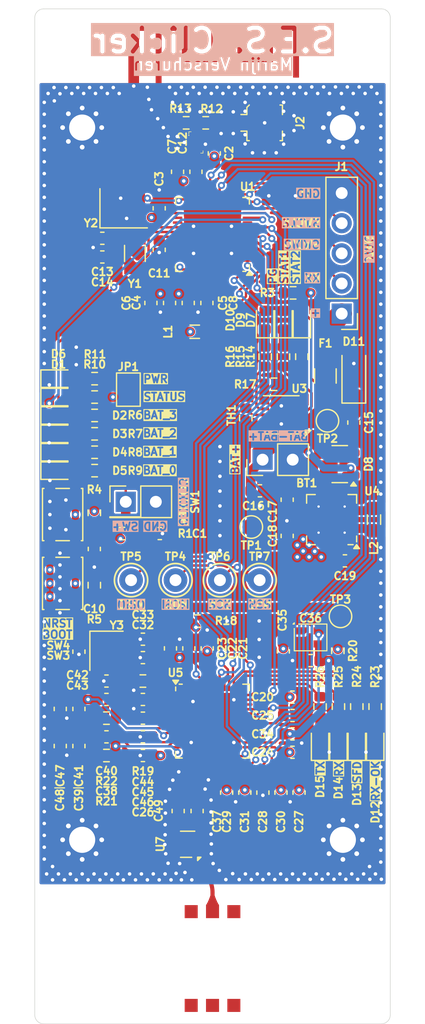
<source format=kicad_pcb>
(kicad_pcb (version 20240108) (generator "pcbnew") (generator_version "8.0")
  (layers (0 "F.Cu" signal) (1 "In1.Cu" signal) (2 "In2.Cu" signal) (31 "B.Cu" signal) (34 "B.Paste" user) (35 "F.Paste" user) (36 "B.SilkS" user "B.Silkscreen") (37 "F.SilkS" user "F.Silkscreen") (38 "B.Mask" user) (39 "F.Mask" user) (44 "Edge.Cuts" user))
  (net 0 "")
  (net 1 "/BLE_ANT")
  (net 2 "/BAT")
  (net 3 "GND")
  (net 4 "/CLICKER")
  (net 5 "+3V3")
  (net 6 "+3.3VA")
  (net 8 "/NRST")
  (net 9 "Net-(U1-VCAP)")
  (net 10 "Net-(U2-IN)")
  (net 11 "/RF1")
  (net 12 "/LSE_IN")
  (net 13 "/LSE_OUT")
  (net 14 "+5V")
  (net 15 "Net-(U4-EN)")
  (net 16 "/UWB/UWB_VDDLDOA")
  (net 17 "/UWB/RF_P")
  (net 18 "/UWB/UWB_VDDVCO")
  (net 19 "/UWB/UWB_VCOTUNE")
  (net 20 "/UWB/UWB_CLKTUNE")
  (net 21 "/UWB/UWB_VDDCLK")
  (net 22 "/UWB/UWB_XTAL1")
  (net 23 "/UWB/UWB_XTAL2")
  (net 24 "/UWB/UWB_VDDMS")
  (net 25 "/UWB/UWB_VDDIF")
  (net 26 "/UWB/UWB_VDDSYN")
  (net 27 "/UWB/RF_N")
  (net 28 "Net-(D1-A)")
  (net 29 "/STATUS")
  (net 30 "Net-(D2-A)")
  (net 31 "Net-(D3-A)")
  (net 32 "Net-(D4-A)")
  (net 33 "Net-(D5-A)")
  (net 34 "Net-(D6-A)")
  (net 35 "Net-(D7-K)")
  (net 36 "Net-(D9-K)")
  (net 37 "Net-(D10-K)")
  (net 38 "Net-(D12-A)")
  (net 39 "Net-(D13-A)")
  (net 40 "Net-(D14-A)")
  (net 41 "Net-(D15-A)")
  (net 42 "/VIN")
  (net 43 "/SWCLK")
  (net 44 "/SWDIO")
  (net 45 "/RX")
  (net 46 "Net-(J2-In)")
  (net 47 "Net-(JP1-B)")
  (net 48 "Net-(L2-Pad2)")
  (net 49 "Net-(L2-Pad1)")
  (net 50 "Net-(U1-B3)")
  (net 51 "/BOOT0")
  (net 52 "/BAT_STATUS_3")
  (net 53 "/BAT_STATUS_2")
  (net 54 "/BAT_STATUS_1")
  (net 55 "/BAT_STATUS_0")
  (net 56 "Net-(U2-OUT)")
  (net 57 "Net-(U3-STAT1)")
  (net 58 "Net-(U3-STAT2)")
  (net 59 "Net-(U3-~{PG})")
  (net 60 "/PWR/BAT_PROG")
  (net 61 "/UWB_IRQ")
  (net 62 "Net-(U5-VREF)")
  (net 63 "/UWB/UWB_RXOK")
  (net 64 "/UWB/UWB_SFD")
  (net 65 "/UWB/UWB_RX")
  (net 66 "/UWB/UWB_TX")
  (net 67 "/PWR/BAT_THERM")
  (net 69 "/UWB_SYNC")
  (net 72 "/HSE_OUT")
  (net 75 "/HSE_IN")
  (net 77 "/UWB_NSS")
  (net 78 "/UWB_TXE_SPIPOL")
  (net 79 "/UWB_SCK")
  (net 81 "/UWB_NRST")
  (net 82 "/UWB_MOSI")
  (net 84 "/UWB_MISO")
  (net 85 "/UWB_RXE_SPIPHA")
  (net 88 "/UWB_WKUP")
  (net 89 "/UWB_FORCE_ON")
  (net 94 "/UWB/UWB_EXTON")
  (net 97 "Net-(C39-Pad1)")
  (net 98 "Net-(C41-Pad1)")
  (net 99 "/UWB/-")
  (net 100 "/UWB/+")
  (net 101 "/UWB/ANT")
  (footprint "Capacitor_SMD:C_0603_1608Metric" (layer "F.Cu") (at 126.275 146.4 -90)
    (property "Reference" "C35")
    (property "Value" "4u7")
  )
  (footprint "MountingHole:MountingHole_2.2mm_M2_Pad_Via" (layer "F.Cu") (at 109.3 102.275)
    (property "Reference" "H1" (hide yes))
    (property "Value" "MountingHole_Pad")
  )
  (footprint "Inductor_SMD:L_0805_2012Metric" (layer "F.Cu") (at 133.925 135.3 -90)
    (property "Reference" "L2")
    (property "Value" "1u")
  )
  (footprint "Resistor_SMD:R_0603_1608Metric" (layer "F.Cu") (at 126.2875 121.574997 90)
    (property "Reference" "R15")
    (property "Value" "470")
  )
  (footprint "Resistor_SMD:R_0603_1608Metric" (layer "F.Cu") (at 132.475 151.05 -90)
    (property "Reference" "R24")
    (property "Value" "470")
  )
  (footprint "Capacitor_SMD:C_0603_1608Metric" (layer "F.Cu") (at 115.1 117.05 -90)
    (property "Reference" "C6")
    (property "Value" "4u7")
  )
  (footprint "Capacitor_SMD:C_0603_1608Metric" (layer "F.Cu") (at 114.425 146.925 180)
    (property "Reference" "C32")
    (property "Value" "100n")
  )
  (footprint "Resistor_SMD:R_0603_1608Metric" (layer "F.Cu") (at 124.7375 121.574998 90)
    (property "Reference" "R16")
    (property "Value" "470")
  )
  (footprint "Diode_SMD:D_SOD-123" (layer "F.Cu") (at 132.225 123.125 90)
    (property "Reference" "D11")
    (property "Value" "5v6")
  )
  (footprint "Capacitor_SMD:C_0603_1608Metric" (layer "F.Cu") (at 127.05 154.9)
    (property "Reference" "C24")
    (property "Value" "100n")
  )
  (footprint "Marijn_KiCad:LXDC2HL" (layer "F.Cu") (at 128.575 145.225)
    (property "Reference" "U6" (hide yes))
    (property "Value" "LXDC2HL18A-052")
  )
  (footprint "LED_SMD:LED_0603_1608Metric" (layer "F.Cu") (at 107.3 126.525)
    (property "Reference" "D2")
    (property "Value" "Green")
  )
  (footprint "Capacitor_SMD:C_0603_1608Metric" (layer "F.Cu") (at 127.05 153.35)
    (property "Reference" "C34")
    (property "Value" "100n")
  )
  (footprint "Resistor_SMD:R_0603_1608Metric" (layer "F.Cu") (at 130.925 151.05 -90)
    (property "Reference" "R25")
    (property "Value" "470")
  )
  (footprint "Capacitor_SMD:C_0603_1608Metric" (layer "F.Cu") (at 109.025 146.425 -90)
    (property "Reference" "C42")
    (property "Value" "10p")
  )
  (footprint "Fuse:Fuse_1206_3216Metric" (layer "F.Cu") (at 129.825 123.199999 -90)
    (property "Reference" "F1")
    (property "Value" "6V/2A")
  )
  (footprint "Resistor_SMD:R_0603_1608Metric" (layer "F.Cu") (at 110.325 140.825 90)
    (property "Reference" "R5")
    (property "Value" "10k")
  )
  (footprint "Connector_PinHeader_2.54mm:PinHeader_1x02_P2.54mm_Vertical" (layer "F.Cu") (at 124.525 130.249999 90)
    (property "Reference" "BT1")
    (property "Value" "APP")
  )
  (footprint "Capacitor_SMD:C_0603_1608Metric" (layer "F.Cu") (at 123.025 158.3 -90)
    (property "Reference" "C31")
    (property "Value" "330p")
  )
  (footprint "LED_SMD:LED_0603_1608Metric" (layer "F.Cu") (at 126.287499 118.499997 90)
    (property "Reference" "D9")
    (property "Value" "STAT2")
  )
  (footprint "Marijn_KiCad:AH086Mx" (layer "F.Cu") (at 120.3 172.275 180)
    (property "Reference" "AE2" (hide yes))
    (property "Value" "AH086M555003-T")
  )
  (footprint "MountingHole:MountingHole_2.2mm_M2_Pad_Via" (layer "F.Cu") (at 109.3 162.275)
    (property "Reference" "H3" (hide yes))
    (property "Value" "MountingHole_Pad")
  )
  (footprint "LED_SMD:LED_0603_1608Metric" (layer "F.Cu") (at 134.025 154.1 90)
    (property "Reference" "D12")
    (property "Value" "UWB_RXOK")
  )
  (footprint "LED_SMD:LED_0603_1608Metric" (layer "F.Cu") (at 107.3 128.075)
    (property "Reference" "D3")
    (property "Value" "Green")
  )
  (footprint "Resistor_SMD:R_0603_1608Metric" (layer "F.Cu") (at 123.10625 126.743748 -90)
    (property "Reference" "TH1")
    (property "Value" "10k")
  )
  (footprint "Capacitor_SMD:C_0603_1608Metric" (layer "F.Cu") (at 118.3 146.15 90)
    (property "Reference" "C22")
    (property "Value" "100n")
  )
  (footprint "Package_DFN_QFN:QFN-20-1EP_4x4mm_P0.5mm_EP2.7x2.7mm_ThermalVias" (layer "F.Cu") (at 130.35 135.3 180)
    (property "Reference" "U4")
    (property "Value" "ISL91127IR")
  )
  (footprint "Resistor_SMD:R_0603_1608Metric" (layer "F.Cu") (at 110.325 134.725 -90)
    (property "Reference" "R4")
    (property "Value" "10k")
  )
  (footprint "Capacitor_SMD:C_0603_1608Metric" (layer "F.Cu") (at 131.475 138.775)
    (property "Reference" "C19")
    (property "Value" "22u")
  )
  (footprint "Resistor_SMD:R_0603_1608Metric" (layer "F.Cu") (at 127.8375 121.574998 90)
    (property "Reference" "R14")
    (property "Value" "470")
  )
  (footprint "Resistor_SMD:R_0603_1608Metric" (layer "F.Cu") (at 111.35 152.025)
    (property "Reference" "R22")
    (property "Value" "16k")
  )
  (footprint "Resistor_SMD:R_0603_1608Metric" (layer "F.Cu") (at 134.025 151.05 -90)
    (property "Reference" "R23")
    (property "Value" "470")
  )
  (footprint "Capacitor_SMD:C_0603_1608Metric" (layer "F.Cu") (at 116.75 146.15 90)
    (property "Reference" "C23")
    (property "Value" "100n")
  )
  (footprint "RF_Antenna:Texas_SWRA117D_2.4GHz_Right" (layer "F.Cu") (at 115.75 98.775)
    (property "Reference" "AE1" (hide yes))
    (property "Value" "Antenna")
  )
  (footprint "Capacitor_SMD:C_0603_1608Metric" (layer "F.Cu") (at 111 111.6 180)
    (property "Reference" "C13")
    (property "Value" "12p")
  )
  (footprint "Marijn_KiCad:CSPG" (layer "F.Cu") (at 118.9 103.527)
    (property "Reference" "U2" (hide yes))
    (property "Value" "MLPF-NRG-01D3")
  )
  (footprint "Jumper:SolderJumper-2_P1.3mm_Open_TrianglePad1.0x1.5mm" (layer "F.Cu") (at 113.2 124.35 90)
    (property "Reference" "JP1")
    (property "Value" "PWR_LED")
  )
  (footprint "Crystal:Crystal_SMD_3225-4Pin_3.2x2.5mm" (layer "F.Cu") (at 112.8 109.075)
    (property "Reference" "Y2")
    (property "Value" "32MHz")
  )
  (footprint "Capacitor_SMD:C_0603_1608Metric" (layer "F.Cu") (at 115.8 112.575 -90)
    (property "Reference" "C11")
    (property "Value" "2u2")
  )
  (footprint "Resistor_SMD:R_0603_1608Metric" (layer "F.Cu") (at 118.075 101.875)
    (property "Reference" "R13")
    (property "Value" "0")
  )
  (footprint "Button_Switch_SMD:SW_SPST_PTS810" (layer "F.Cu") (at 107.65 140.675 -90)
    (property "Reference" "SW3")
    (property "Value" "BTN")
  )
  (footprint "Capacitor_SMD:C_0603_1608Metric" (layer "F.Cu") (at 119.85 146.15 90)
    (property "Reference" "C21")
    (property "Value" "100n")
  )
  (footprint "Capacitor_SMD:C_0603_1608Metric" (layer "F.Cu") (at 120.45 104.45 90)
    (property "Reference" "C2")
    (property "Value" "100n")
  )
  (footprint "Capacitor_SMD:C_0603_1608Metric" (layer "F.Cu") (at 111 113.175 180)
    (property "Reference" "C14")
    (property "Value" "12p")
  )
  (footprint "Capacitor_SMD:C_0603_1608Metric" (layer "F.Cu") (at 110.325 137.775 90)
    (property "Reference" "C10")
    (property "Value" "100n")
  )
  (footprint "MountingHole:MountingHole_2.2mm_M2_Pad_Via" (layer "F.Cu") (at 131.3 102.275)
    (property "Reference" "H2" (hide yes))
    (property "Value" "MountingHole_Pad")
  )
  (footprint "Capacitor_SMD:C_0603_1608Metric" (layer "F.Cu") (at 128.575 147.175 180)
    (property "Reference" "C36")
    (property "Value" "10u")
  )
  (footprint "Capacitor_SMD:C_0603_1608Metric" (layer "F.Cu") (at 127.05 150.25)
    (property "Reference" "C20")
    (property "Value" "100n")
  )
  (footprint "Capacitor_SMD:C_0603_1608Metric" (layer "F.Cu") (at 114.425 152.025 180)
    (property "Reference" "C45")
    (property "Value" "100n")
  )
  (footprint "LED_SMD:LED_0603_1608Metric" (layer "F.Cu") (at 130.925 154.1 90)
    (property "Reference" "D14")
    (property "Value" "UWB_RX")
  )
  (footprint "Capacitor_SMD:C_0603_1608Metric" (layer "F.Cu") (at 126.6 133.625 90)
    (property "Reference" "C17")
    (property "Value" "10u")
  )
  (footprint "Crystal:Crystal_SMD_2520-4Pin_2.5x2.0mm" (layer "F.Cu") (at 111.35 146.35 -90)
    (property "Reference" "Y3")
    (property "Value" "38.4MHz")
  )
  (footprint "LED_SMD:LED_0603_1608Metric" (layer "F.Cu") (at 107.3 123.425)
    (property "Reference" "D6")
    (property "Value" "PWR")
  )
  (footprint "Capacitor_SMD:C_0603_1608Metric" (layer "F.Cu") (at 114.425 145.375 180)
    (property "Reference" "C33")
    (property "Value" "4u7")
  )
  (footprint "Capacitor_SMD:C_0603_1608Metric" (layer "F.Cu") (at 115.8 109.075 90)
    (property "Reference" "C3")
    (property "Value" "100n")
  )
  (footprint "Resistor_SMD:R_0603_1608Metric" (layer "F.Cu") (at 130.875 146.35 -90)
    (property "Reference" "R20")
    (property "Value" "0")
  )
  (footprint "LED_SMD:LED_0603_1608Metric" (layer "F.Cu") (at 107.3 124.975)
    (property "Reference" "D1")
    (property "Value" "STATUS")
  )
  (footprint "Resistor_SMD:R_0603_1608Metric" (layer "F.Cu") (at 127.1 116.2 180)
    (property "Reference" "R3")
    (property "Value" "10k")
  )
  (footprint "Capacitor_SMD:C_0603_1608Metric" (layer "F.Cu") (at 132.225 127.125 -90)
    (property "Reference" "C15")
    (property "Value" "1u")
  )
  (footprint "Resistor_SMD:R_0603_1608Metric" (layer "F.Cu") (at 125.487499 123.899998 180)
    (property "Reference" "R17")
    (property "Value" "10k")
  )
  (footprint "Resistor_SMD:R_0603_1608Metric" (layer "F.Cu") (at 110.35 129.625)
    (property "Reference" "R8")
    (property "Value" "5k1")
  )
  (footprint "TestPoint:TestPoint_Keystone_5000-5004_Miniature" (layer "F.Cu") (at 113.425 140.4)
    (property "Reference" "TP5")
    (property "Value" "MISO")
  )
  (footprint "Resistor_SMD:R_0603_1608Metric" (layer "F.Cu") (at 110.35 123.425 180)
    (property "Reference" "R11")
    (property "Value" "5k1")
  )
  (footprint "Capacitor_SMD:C_0603_1608Metric" (layer "F.Cu") (at 119 159.85 -90)
    (property "Reference" "C37")
    (property "Value" "12p")
  )
  (footprint "Connector_PinHeader_2.54mm:PinHeader_2x01_P2.54mm_Vertical" (layer "F.Cu") (at 112.975 133.8)
    (property "Reference" "SW1")
    (property "Value" "CLICKER")
  )
  (footprint "Resistor_SMD:R_0603_1608Metric" (layer "F.Cu") (at 114.425 148.9)
    (property "Reference" "R19")
    (property "Value" "11k,1%")
  )
  (footprint "Crystal:Crystal_SMD_3215-2Pin_3.2x1.5mm" (layer "F.Cu") (at 113.75 112.874999 90)
    (property "Reference" "Y1")
    (property "Value" "32.768 KHz")
  )
  (footprint "LED_SMD:LED_0603_1608Metric" (layer "F.Cu") (at 127.8375 118.499997 90)
    (property "Reference" "D7")
    (property "Value" "STAT1")
  )
  (footprint "TestPoint:TestPoint_Pad_D1.5mm" (layer "F.Cu") (at 131.1 143.45)
    (property "Reference" "TP3")
    (property "Value" "UWB_LDO")
  )
  (footprint "Capacitor_SMD:C_0603_1608Metric" (layer "F.Cu") (at 119.825 117.05 -90)
    (property "Reference" "C8")
    (property "Value" "100n")
  )
  (footprint "Capacitor_SMD:C_0603_1608Metric" (layer "F.Cu") (at 111.35 148.9 180)
    (property "Reference" "C43")
    (property "Value" "10p")
  )
  (footprint "Connector_Coaxial:U.FL_Molex_MCRF_73412-0110_Vertical" (layer "F.Cu") (at 124.7 101.875 -90)
    (property "Reference" "J2")
    (property "Value" "IPX")
  )
  (footprint "Capacitor_SMD:C_0603_1608Metric" (layer "F.Cu") (at 124.3 132.875)
    (property "Reference" "C16")
    (property "Value" "1u")
  )
  (footprint "Capacitor_SMD:C_0603_1608Metric" (layer "F.Cu") (at 111.35 153.6 180)
    (property "Reference" "C38")
    (property "Value" "18p")
  )
  (footprint "Capacitor_SMD:C_0603_1608Metric" (layer "F.Cu") (at 111.35 150.45 180)
    (property "Reference" "C40")
    (property "Value" "1p2")
  )
  (footprint "Capacitor_SMD:C_0603_1608Metric" (layer "F.Cu") (at 127.05 151.8)
    (property "Reference" "C25")
    (property "Value" "100n")
  )
  (footprint "LED_SMD:LED_0603_1608Metric" (layer "F.Cu") (at 124.7375 118.499998 90)
    (property "Reference" "D10")
    (property "Value" "PG")
  )
  (footprint "Package_TO_SOT_SMD:SOT-23" (layer "F.Cu") (at 131.0375 130.624999 180)
    (property "Reference" "D8")
    (property "Value" "BAT54C")
  )
  (footprint "Capacitor_SMD:C_0603_1608Metric" (layer "F.Cu") (at 117.35 106 90)
    (property "Reference" "C7")
    (property "Value" "4u7")
  )
  (footprint "LED_SMD:LED_0603_1608Metric" (layer "F.Cu") (at 107.3 129.625)
    (property "Reference" "D4")
    (property "Value" "Green")
  )
  (footprint "Capacitor_SMD:C_0603_1608Metric" (layer "F.Cu") (at 118.25 117.05 -90)
    (property "Reference" "C5")
    (property "Value" "100n")
  )
  (footprint "Capacitor_SMD:C_0603_1608Metric" (layer "F.Cu") (at 114.425 155.175 180)
    (property "Reference" "C26")
    (property "Value" "10n")
  )
  (footprint "Package_DFN_QFN:QFN-48-1EP_6x6mm_P0.4mm_EP4.2x4.2mm" (layer "F.Cu") (at 120.3 152.275)
    (property "Reference" "U5")
    (property "Value" "DW1000")
  )
  (footprint "Resistor_SMD:R_0603_1608Metric" (layer "F.Cu") (at 110.35 126.525)
    (property "Reference" "R6")
    (property "Value" "5k1")
  )
  (footprint "Package_DFN_QFN:QFN-48-1EP_6x6mm_P0.4mm_EP4.3x4.3mm" (layer "F.Cu") (at 120.3 111.275 180)
    (property "Reference" "U1")
    (property "Value" "STM32WB07CCV6")
  )
  (footprint "Button_Switch_SMD:SW_SPST_PTS810" (layer "F.Cu") (at 107.65 134.875 -90)
    (property "Reference" "SW4")
    (property "Value" "BTN")
  )
  (footprint "Marijn_KiCad:HHM1595A1" (layer "F.Cu") (at 118.2 162.65 180)
    (property "Reference" "U7")
    (property "Value" "HHM1595A1")
  )
  (footprint "Connector_PinHeader_2.54mm:PinHeader_1x05_P2.54mm_Vertical" (layer "F.Cu") (at 131.2 117.95 180)
    (property "Reference" "J1")
    (property "Value" "Pogo")
  )
  (footprint "Capacitor_SMD:C_0603_1608Metric" (layer "F.Cu") (at 109.025 154.375 90)
    (property "Reference" "C39")
    (property "Value" "820p")
  )
  (footprint "LED_SMD:LED_0603_1608Metric" (layer "F.Cu") (at 129.375 154.1 90)
    (property "Reference" "D15")
    (property "Value" "UWB_TX")
  )
  (footprint "Capacitor_SMD:C_0603_1608Metric" (layer "F.Cu") (at 126.6 136.675 90)
    (property "Reference" "C18")
    (property "Value" "22u")
  )
  (footprint "Resistor_SMD:R_0603_1608Metric" (layer "F.Cu") (at 110.35 124.975 180)
    (property "Reference" "R10")
    (property "Value" "1k")
  )
  (footprint "TestPoint:TestPoint_Pad_D1.5mm" (layer "F.Cu") (at 123.575 135.925)
    (property "Reference" "TP1")
    (property "Value" "3V3")
  )
  (footprint "Resistor_SMD:R_0603_1608Metric" (layer "F.Cu") (at 110.35 131.175)
    (property "Reference" "R9")
    (property "Value" "5k1")
  )
  (footprint "MountingHole:MountingHole_2.2mm_M2_Pad_Via" (layer "F.Cu") (at 131.3 162.275)
    (property "Reference" "H4" (hide yes))
    (property "Value" "MountingHole_Pad")
  )
  (footprint "Resistor_SMD:R_0603_1608Metric" (layer "F.Cu") (at 119.025 143.85)
    (property "Reference" "R18")
    (property "Value" "100k")
  )
  (footprint "TestPoint:TestPoint_Pad_D1.5mm" (layer "F.Cu") (at 130 126.975)
    (property "Reference" "TP2")
    (property "Value" "5V")
  )
  (footprint "Capacitor_SMD:C_0603_1608Metric" (layer "F.Cu") (at 115.85 136.475)
    (property "Reference" "C1")
    (property "Value" "100n")
  )
  (footprint "Capacitor_SMD:C_0603_1608Metric" (layer "F.Cu") (at 114.425 153.6 180)
    (property "Reference" "C46")
    (property "Value" "100n")
  )
  (footprint "TestPoint:TestPoint_Keystone_5000-5004_Miniature" (layer "F.Cu") (at 124.275 140.4)
    (property "Reference" "TP7")
    (property "Value" "NSS")
  )
  (footprint "Inductor_SMD:L_0805_2012Metric" (layer "F.Cu") (at 118.8 119.475)
    (property "Reference" "L1")
    (property "Value" "10u")
  )
  (footprint "Capacitor_SMD:C_0603_1608Metric" (layer "F.Cu") (at 124.55 158.3 -90)
    (property "Reference" "C28")
    (property "Value" "100n")
  )
  (footprint "LED_SMD:LED_0603_1608Metric" (layer "F.Cu") (at 107.3 131.175)
    (property "Reference" "D5")
    (property "Value" "Green")
  )
  (footprint "Resistor_SMD:R_0603_1608Metric" (layer "F.Cu") (at 119.725 101.875)
    (property "Reference" "R12")
    (property "Value" "0")
  )
  (footprint "Package_DFN_QFN:DFN-10-1EP_3x3mm_P0.5mm_EP1.58x2.35mm" (layer "F.Cu") (at 126.099999 126.474998 180)
    (property "Reference" "U3")
    (property "Value" "MCP73833")
  )
  (footprint "Resistor_SMD:R_0603_1608Metric" (layer "F.Cu") (at 111.35 155.175)
    (property "Reference" "R21")
    (property "Value" "270R")
  )
  (footprint "LED_SMD:LED_0603_1608Metric" (layer "F.Cu") (at 132.475 154.1 90)
    (property "Reference" "D13")
    (property "Value" "UWB_SFD")
  )
  (footprint "Capacitor_SMD:C_0603_1608Metric" (layer "F.Cu") (at 126.075 158.3 -90)
    (property "Reference" "C30")
    (property "Value" "100n")
  )
  (footprint "Capacitor_SMD:C_0603_1608Metric" (layer "F.Cu") (at 121.49 158.3 -90)
    (property "Reference" "C29")
    (property "Value" "330p")
  )
  (footprint "Capacitor_SMD:C_0603_1608Metric" (layer "F.Cu") (at 127.6 158.3 -90)
    (property "Reference" "C27")
    (property "Value" "47u")
  )
  (footprint "Capacitor_SMD:C_0603_1608Metric" (layer "F.Cu") (at 118.9 106 90)
    (property "Reference" "C12")
    (property "Value" "20p")
  )
  (footprint "Capacitor_SMD:C_0603_1608Metric" (layer "F.Cu") (at 116.675 117.05 -90)
    (property "Reference" "C4")
    (property "Value" "100n")
  )
  (footprint "TestPoint:TestPoint_Keystone_5000-5004_Miniature" (layer "F.Cu") (at 117.175 140.4)
    (property "Reference" "TP4")
    (property "Value" "MOSI")
  )
  (footprint "Capacitor_SMD:C_0603_1608Metric" (layer "F.Cu") (at 114.425 150.45 180)
    (property "Reference" "C44")
    (property "Value" "100n")
  )
  (footprint "Capacitor_SMD:C_0603_1608Metric" (layer "F.Cu") (at 107.45 154.375 -90)
    (property "Reference" "C47")
    (property "Value" "100n")
  )
  (footprint "Resistor_SMD:R_0603_1608Metric" (layer "F.Cu") (at 110.35 128.075)
    (property "Reference" "R7")
    (property "Value" "5k1")
  )
  (footprint "TestPoint:TestPoint_Keystone_5000-5004_Miniature" (layer "F.Cu") (at 120.925 140.4)
    (property "Reference" "TP6")
    (property "Value" "SCK")
  )
  (footprint "Capacitor_SMD:C_0603_1608Metric" (layer "F.Cu") (at 109.025 151.25 90)
    (property "Reference" "C41")
    (property "Value" "27p")
  )
  (footprint "Capacitor_SMD:C_0603_1608Metric" (layer "F.Cu") (at 107.45 151.25 -90)
    (property "Reference" "C48")
    (property "Value" "100n")
  )
  (footprint "Resistor_SMD:R_0603_1608Metric" (layer "F.Cu") (at 112.65 136.475 180)
    (property "Reference" "R1")
    (property "Value" "10k")
  )
  (footprint "Capacitor_SMD:C_0603_1608Metric" (layer "F.Cu") (at 117.4 159.85 -90)
    (property "Reference" "C49")
    (property "Value" "12p")
  )
  (footprint "Resistor_SMD:R_0603_1608Metric" (layer "F.Cu") (at 129.375 151.05 -90)
    (property "Reference" "R26")
    (property "Value" "470")
  )
  (gr_line (start 109.4 157.9) (end 108.575 157.9) (stroke (width 0.1)) (layer "F.SilkS"))
  (gr_line (start 107.8125 157.9) (end 106.9875 157.9) (stroke (width 0.1)) (layer "F.SilkS"))
  (gr_line (start 105.3 93.025) (end 105.3 177.025) (stroke (width 0.05)) (layer "Edge.Cuts"))
  (gr_line (start 106.05 177.775) (end 134.55 177.775) (stroke (width 0.05)) (layer "Edge.Cuts"))
  (gr_arc (start 135.3 177.025) (mid 135.08033 177.55533) (end 134.55 177.775) (stroke (width 0.05)) (layer "Edge.Cuts"))
  (gr_line (start 134.55 92.275) (end 106.05 92.275) (stroke (width 0.05)) (layer "Edge.Cuts"))
  (gr_arc (start 106.05 177.775104) (mid 105.519596 177.555404) (end 105.299896 177.025) (stroke (width 0.05)) (layer "Edge.Cuts"))
  (gr_arc (start 105.299896 93.025) (mid 105.519596 92.494596) (end 106.05 92.274896) (stroke (width 0.05)) (layer "Edge.Cuts"))
  (gr_line (start 135.3 177.025) (end 135.3 93.025) (stroke (width 0.05)) (layer "Edge.Cuts"))
  (gr_arc (start 134.55 92.275) (mid 135.08033 92.49467) (end 135.3 93.025) (stroke (width 0.05)) (layer "Edge.Cuts"))
  (gr_text "SCK" (at 121.975 142.8375 0) (layer "B.SilkS" knockout) (effects (font (size 0.65 0.65) (thickness 0.15) (bold yes)) (justify left bottom mirror)))
  (gr_text "MISO" (at 114.725 142.85 0) (layer "B.SilkS" knockout) (effects (font (size 0.65 0.65) (thickness 0.15) (bold yes)) (justify left bottom mirror)))
  (gr_text "NSS" (at 125.3625 142.825 0) (layer "B.SilkS" knockout) (effects (font (size 0.65 0.65) (thickness 0.15) (bold yes)) (justify left bottom mirror)))
  (gr_text "MOSI" (at 118.45 142.8375 0) (layer "B.SilkS" knockout) (effects (font (size 0.65 0.65) (thickness 0.15) (bold yes)) (justify left bottom mirror)))
  (gr_text "Marijn Verschuren" (at 127.1875 97.5375 0) (layer "B.SilkS" knockout) (effects (font (size 1 1)) (justify left bottom mirror)))
  (gr_text "BAT-" (at 128.475 128.6625 0) (layer "B.SilkS" knockout) (effects (font (size 0.65 0.65) (thickness 0.15) (bold yes)) (justify left bottom mirror)))
  (gr_text "GND" (at 116.5625 136.275 0) (layer "B.SilkS" knockout) (effects (font (size 0.65 0.65) (thickness 0.15) (bold yes)) (justify left bottom mirror)))
  (gr_text "SWCLK" (at 129.4625 110.7 0) (layer "B.SilkS" knockout) (effects (font (size 0.65 0.65) (thickness 0.15) (bold yes)) (justify left bottom mirror)))
  (gr_text "BAT+" (at 125.9375 128.6625 0) (layer "B.SilkS" knockout) (effects (font (size 0.65 0.65) (thickness 0.15) (bold yes)) (justify left bottom mirror)))
  (gr_text "RX" (at 129.4875 115.3375 0) (layer "B.SilkS" knockout) (effects (font (size 0.65 0.65) (thickness 0.15) (bold yes)) (justify left bottom mirror)))
  (gr_text "+" (at 129.4875 118.2375 0) (layer "B.SilkS" knockout) (effects (font (size 0.65 0.65) (thickness 0.15) (bold yes)) (justify left bottom mirror)))
  (gr_text "SWDIO" (at 129.4375 112.525 0) (layer "B.SilkS" knockout) (effects (font (size 0.65 0.65) (thickness 0.15) (bold yes)) (justify left bottom mirror)))
  (gr_text "S.E.S. Clicker" (at 130.7625 96.125 0) (layer "B.SilkS" knockout) (effects (font (size 2 2) (thickness 0.35) (bold yes)) (justify left bottom mirror)))
  (gr_text "GND" (at 129.4625 108.225 0) (layer "B.SilkS" knockout) (effects (font (size 0.65 0.65) (thickness 0.15) (bold yes)) (justify left bottom mirror)))
  (gr_text "CLICKER" (at 118.2625 131.7 90) (layer "B.SilkS" knockout) (effects (font (size 0.65 0.65)) (justify left bottom mirror)))
  (gr_text "JTAG" (at 133.0875 113.7 270) (layer "B.SilkS" knockout) (effects (font (size 0.65 0.65) (thickness 0.15) (bold yes)) (justify left bottom mirror)))
  (gr_text "SW+" (at 114.125 136.275 0) (layer "B.SilkS" knockout) (effects (font (size 0.65 0.65) (thickness 0.15) (bold yes)) (justify left bottom mirror)))
  (gr_text "RX" (at 131.35 157.05 90) (layer "F.SilkS" knockout) (effects (font (size 0.65 0.65) (thickness 0.15) (bold yes)) (justify left bottom)))
  (gr_text "STATUS" (at 114.4 125.3375 0) (layer "F.SilkS" knockout) (effects (font (size 0.65 0.65)) (justify left bottom)))
  (gr_text "BAT_2" (at 114.35 128.4 0) (layer "F.SilkS" knockout) (effects (font (size 0.65 0.65)) (justify left bottom)))
  (gr_text "SCK" (at 119.8625 142.8375 0) (layer "F.SilkS" knockout) (effects (font (size 0.65 0.65) (thickness 0.15) (bold yes)) (justify left bottom)))
  (gr_text "SWCLK" (at 126.075 110.7 0) (layer "F.SilkS" knockout) (effects (font (size 0.65 0.65) (thickness 0.15) (bold yes)) (justify left bottom)))
  (gr_text "PWR" (at 114.375 123.8375 0) (layer "F.SilkS" knockout) (effects (font (size 0.65 0.65)) (justify left bottom)))
  (gr_text "RX-OK" (at 134.45 159.1375 90) (layer "F.SilkS" knockout) (effects (font (size 0.65 0.65) (thickness 0.15) (bold yes)) (justify left bottom)))
  (gr_text "NSS" (at 123.225 142.825 0) (layer "F.SilkS" knockout) (effects (font (size 0.65 0.65) (thickness 0.15) (bold yes)) (justify left bottom)))
  (gr_text "BAT_0" (at 114.3375 131.525 0) (layer "F.SilkS" knockout) (effects (font (size 0.65 0.65)) (justify left bottom)))
  (gr_text "+" (at 128.4875 118.2375 0) (layer "F.SilkS" knockout) (effects (font (size 0.65 0.65) (thickness 0.15) (bold yes)) (justify left bottom)))
  (gr_text "MOSI" (at 115.9 142.8375 0) (layer "F.SilkS" knockout) (effects (font (size 0.65 0.65) (thickness 0.15) (bold yes)) (justify left bottom)))
  (gr_text "GND" (at 127.2875 108.225 0) (layer "F.SilkS" knockout) (effects (font (size 0.65 0.65) (thickness 0.15) (bold yes)) (justify left bottom)))
  (gr_text "BAT+" (at 122.6 131.5875 90) (layer "F.SilkS" knockout) (effects (font (size 0.65 0.65) (thickness 0.15) (bold yes)) (justify left bottom)))
  (gr_text "STAT2" (at 127.7 115.525 90) (layer "F.SilkS" knockout) (effects (font (size 0.65 0.65) (thickness 0.15) (bold yes)) (justify left bottom)))
  (gr_text "BOOT" (at 105.85 145.3625 0) (layer "F.SilkS" knockout) (effects (font (size 0.65 0.65) (thickness 0.15) (bold yes)) (justify left bottom)))
  (gr_text "RX" (at 127.949998 115.3375 0) (layer "F.SilkS" knockout) (effects (font (size 0.65 0.65) (thickness 0.15) (bold yes)) (justify left bottom)))
  (gr_text "SFD" (at 132.8875 157.5875 90) (layer "F.SilkS" knockout) (effects (font (size 0.65 0.65) (thickness 0.15) (bold yes)) (justify left bottom)))
  (gr_text "NRST" (at 105.9125 144.425 0) (layer "F.SilkS" knockout) (effects (font (size 0.65 0.65) (thickness 0.15) (bold yes)) (justify left bottom)))
  (gr_text "JTAG" (at 133.0875 111.3375 -90) (layer "F.SilkS" knockout) (effects (font (size 0.65 0.65) (thickness 0.15) (bold yes)) (justify left bottom)))
  (gr_text "SWDIO" (at 126.2375 112.525 0) (layer "F.SilkS" knockout) (effects (font (size 0.65 0.65) (thickness 0.15) (bold yes)) (justify left bottom)))
  (gr_text "BAT_1" (at 114.3375 129.9625 0) (layer "F.SilkS" knockout) (effects (font (size 0.65 0.65)) (justify left bottom)))
  (gr_text "MISO" (at 112.1375 142.85 0) (layer "F.SilkS" knockout) (effects (font (size 0.65 0.65) (thickness 0.15) (bold yes)) (justify left bottom)))
  (gr_text "PG" (at 125.7625 115.5625 90) (layer "F.SilkS" knockout) (effects (font (size 0.65 0.65) (thickness 0.15) (bold yes)) (justify left bottom)))
  (gr_text "BAT_3" (at 114.3625 126.875 0) (layer "F.SilkS" knockout) (effects (font (size 0.65 0.65)) (justify left bottom)))
  (gr_text "TX" (at 129.7875 156.875 90) (layer "F.SilkS" knockout) (effects (font (size 0.65 0.65) (thickness 0.15) (bold yes)) (justify left bottom)))
  (gr_text "STAT1\n" (at 126.725 115.525 90) (layer "F.SilkS" knockout) (effects (font (size 0.65 0.65) (thickness 0.15) (bold yes)) (justify left bottom)))
  (gr_text "CLICKER" (at 118.2625 135.9125 90) (layer "F.SilkS" knockout) (effects (font (size 0.65 0.65)) (justify left bottom)))
  (segment (start 116.315685 100.940685) (end 117.25 101.875) (width 0.35) (layer "F.Cu") (net 1))
  (segment (start 115.75 99.575) (end 115.75 98.775) (width 0.35) (layer "F.Cu") (net 1))
  (arc (start 115.75 99.575) (mid 115.897016 100.314103) (end 116.315685 100.940685) (width 0.35) (layer "F.Cu") (net 1))
  (segment (start 124.525 130.249999) (end 123.525 131.249999) (width 0.8) (layer "F.Cu") (net 2))
  (segment (start 127.925 116.2) (end 128.6 116.2) (width 0.8) (layer "F.Cu") (net 2))
  (segment (start 127.65 128.9) (end 125.874999 128.9) (width 0.6) (layer "F.Cu") (net 2))
  (segment (start 128.425 129.675) (end 127.65 128.9) (width 0.6) (layer "F.Cu") (net 2))
  (segment (start 125.874999 128.9) (end 124.525 130.249999) (width 0.6) (layer "F.Cu") (net 2))
  (segment (start 123.525 131.249999) (end 123.525 132.875) (width 0.8) (layer "F.Cu") (net 2))
  (segment (start 131.975 131.574999) (end 131.975 130.95) (width 0.6) (layer "F.Cu") (net 2))
  (via (at 128.425 129.675) (size 0.6) (drill 0.3) (layers "F.Cu" "B.Cu") (net 2))
  (via (at 131.975 130.95) (size 0.6) (drill 0.3) (layers "F.Cu" "B.Cu") (net 2))
  (via (at 128.6 116.2) (size 0.6) (drill 0.3) (layers "F.Cu" "B.Cu") (net 2))
  (segment (start 128.425 129.675) (end 129.7 130.95) (width 0.6) (layer "B.Cu") (net 2))
  (segment (start 128.625 116.225) (end 128.625 129.475) (width 0.2) (layer "B.Cu") (net 2))
  (segment (start 128.625 129.475) (end 128.425 129.675) (width 0.2) (layer "B.Cu") (net 2))
  (segment (start 128.6 116.2) (end 128.625 116.225) (width 0.2) (layer "B.Cu") (net 2))
  (segment (start 129.7 130.95) (end 131.975 130.95) (width 0.6) (layer "B.Cu") (net 2))
  (segment (start 106.5125 123.425) (end 106.5125 123.9375) (width 0.8) (layer "F.Cu") (net 3))
  (segment (start 118.9 150.875) (end 120.3 152.275) (width 0.2) (layer "F.Cu") (net 3))
  (segment (start 109.025 147.2) (end 109.025 146.65) (width 0.8) (layer "F.Cu") (net 3))
  (segment (start 113.65 146.925) (end 114.2 146.925) (width 0.8) (layer "F.Cu") (net 3))
  (segment (start 126.099999 126.474998) (end 126.099999 127.237497) (width 0.8) (layer "F.Cu") (net 3))
  (segment (start 115.8 113.35) (end 115.8 112.8) (width 0.8) (layer "F.Cu") (net 3))
  (segment (start 113.65 155.175) (end 114.2 155.175) (width 0.8) (layer "F.Cu") (net 3))
  (segment (start 126.6 135.425) (end 126.575 135.4) (width 0.8) (layer "F.Cu") (net 3))
  (segment (start 126.099999 127.237497) (end 126.10625 127.243748) (width 0.8) (layer "F.Cu") (net 3))
  (segment (start 113.65 148.95) (end 113.6 148.9) (width 0.8) (layer "F.Cu") (net 3))
  (segment (start 110.625 147.2) (end 110.65 147.225) (width 0.8) (layer "F.Cu") (net 3))
  (segment (start 123.25 151.675) (end 120.9 151.675) (width 0.2) (layer "F.Cu") (net 3))
  (segment (start 120.3 152.275) (end 122.1 154.075) (width 0.2) (layer "F.Cu") (net 3))
  (segment (start 117.35 112.674999) (end 118.900001 112.674999) (width 0.2) (layer "F.Cu") (net 3))
  (segment (start 127.825 150.275) (end 127.85 150.25) (width 0.8) (layer "F.Cu") (net 3))
  (segment (start 126.6 130.714999) (end 127.065 130.249999) (width 0.8) (layer "F.Cu") (net 3))
  (segment (start 110.325 140) (end 110.325 138.55) (width 0.8) (layer "F.Cu") (net 3))
  (segment (start 126.099999 126.474998) (end 126.099999 125.724999) (width 0.8) (layer "F.Cu") (net 3))
  (segment (start 120.3 111.275) (end 121.9 112.875) (width 0.8) (layer "F.Cu") (net 3))
  (segment (start 120.3 152.275) (end 118.65 150.625) (width 0.2) (layer "F.Cu") (net 3))
  (segment (start 126.200001 101.875) (end 124.7 101.875) (width 0.8) (layer "F.Cu") (net 3))
  (segment (start 119.552 103.527) (end 119.7 103.675) (width 0.35) (layer "F.Cu") (net 3))
  (segment (start 129.375 154.887501) (end 127.837499 154.887501) (width 0.8) (layer "F.Cu") (net 3))
  (segment (start 129.375 154.887501) (end 134.025 154.887501) (width 0.8) (layer "F.Cu") (net 3))
  (segment (start 124.55 159.075) (end 124.55 158.525) (width 0.8) (layer "F.Cu") (net 3))
  (segment (start 120.1 149.325) (end 120.1 152.075) (width 0.2) (layer "F.Cu") (net 3))
  (segment (start 106.575 132.8) (end 106.575 131.2375) (width 0.6) (layer "F.Cu") (net 3))
  (segment (start 116.75 145.375) (end 119.85 145.375) (width 0.8) (layer "F.Cu") (net 3))
  (segment (start 112.15 145.375) (end 112.05 145.475) (width 0.8) (layer "F.Cu") (net 3))
  (segment (start 121.213909 111.275) (end 121.9 110.588909) (width 0.8) (layer "F.Cu") (net 3))
  (segment (start 116.475001 112.674999) (end 115.8 113.35) (width 0.2) (layer "F.Cu") (net 3))
  (segment (start 116.675 117.825) (end 119.825 117.825) (width 0.9) (layer "F.Cu") (net 3))
  (segment (start 120.3 152.275) (end 118.5 154.075) (width 0.2) (layer "F.Cu") (net 3))
  (segment (start 126.6 132.85) (end 126.6 130.714999) (width 0.8) (layer "F.Cu") (net 3))
  (segment (start 113.65 145.375) (end 112.15 145.375) (width 0.8) (layer "F.Cu") (net 3))
  (segment (start 111.7 108.225) (end 112.55 108.225) (width 0.8) (layer "F.Cu") (net 3))
  (segment (start 124.7 101.875) (end 124.700001 100.399999) (width 0.8) (layer "F.Cu") (net 3))
  (segment (start 127.825 154.9) (end 127.825 150.275) (width 0.8) (layer "F.Cu") (net 3))
  (segment (start 113.65 153.6) (end 114.2 153.6) (width 0.8) (layer "F.Cu") (net 3))
  (segment (start 127.9 147.075) (end 127.8 147.175) (width 0.6) (layer "F.Cu") (net 3))
  (segment (start 113.65 145.375) (end 114.2 145.375) (width 0.8) (layer "F.Cu") (net 3))
  (segment (start 109.025 147.2) (end 110.625 147.2) (width 0.8) (layer "F.Cu") (net 3))
  (segment (start 110.225 113.175) (end 110.225 111.6) (width 0.8) (layer "F.Cu") (net 3))
  (segment (start 120.3 111.275) (end 118.7 112.875) (width 0.8) (layer "F.Cu") (net 3))
  (segment (start 115.8 108.3) (end 115.8 107.525) (width 0.8) (layer "F.Cu") (net 3))
  (segment (start 118.95 162.65) (end 117.45 162.65) (width 0.25) (layer "F.Cu") (net 3))
  (segment (start 106.575 132.8) (end 106.575 136.95) (width 0.6) (layer "F.Cu") (net 3))
  (segment (start 117.35 112.674999) (end 116.475001 112.674999) (width 0.2) (layer "F.Cu") (net 3))
  (segment (start 116.625 134.91) (end 116.625 136.475) (width 0.8) (layer "F.Cu") (net 3))
  (segment (start 106.5125 123.9375) (end 106.525 123.95) (width 0.8) (layer "F.Cu") (net 3))
  (segment (start 120.9 151.675) (end 120.3 152.275) (width 0.2) (layer "F.Cu") (net 3))
  (segment (start 127.9 145.775) (end 127.9 147.075) (width 0.6) (layer "F.Cu") (net 3))
  (segment (start 126.6 135.9) (end 126.6 135.425) (width 0.8) (layer "F.Cu") (net 3))
  (segment (start 120.1 152.075) (end 120.3 152.275) (width 0.2) (layer "F.Cu") (net 3))
  (segment (start 113.65 146.925) (end 113.65 145.375) (width 0.8) (layer "F.Cu") (net 3))
  (segment (start 107.45 155.15) (end 108 155.15) (width 0.8) (layer "F.Cu") (net 3))
  (segment (start 121.49 159.075) (end 127.6 159.075) (width 0.8) (layer "F.Cu") (net 3))
  (segment (start 120.3 111.275) (end 121.213909 111.275) (width 0.8) (layer "F.Cu") (net 3))
  (segment (start 118.9 149.325) (end 118.9 150.875) (width 0.2) (layer "F.Cu") (net 3))
  (segment (start 120.45 103.675) (end 119.7 103.675) (width 0.8) (layer "F.Cu") (net 3))
  (segment (start 118.900001 112.674999) (end 120.3 111.275) (width 0.2) (layer "F.Cu") (net 3))
  (segment (start 116.625 136.475) (end 116.075 136.475) (width 0.8) (layer "F.Cu") (net 3))
  (segment (start 132.25 137.2) (end 132.25 138.775) (width 0.35) (layer "F.Cu") (net 3))
  (segment (start 119.15 102.95) (end 119.15 103.527) (width 0.35) (layer "F.Cu") (net 3))
  (segment (start 127.837499 154.887501) (end 127.825 154.9) (width 0.8) (layer "F.Cu") (net 3))
  (segment (start 118.65 103.527) (end 119.15 103.527) (width 0.35) (layer "F.Cu") (net 3))
  (segment (start 107.45 152.025) (end 108 152.025) (width 0.8) (layer "F.Cu") (net 3))
  (segment (start 116.675 117.825) (end 115.1 117.825) (width 0.9) (layer "F.Cu") (net 3))
  (segment (start 124.700001 103.350001) (end 124.7 101.875) (width 0.8) (layer "F.Cu") (net 3))
  (segment (start 132.225 121.475) (end 132.225 122.15) (width 0.8) (layer "F.Cu") (net 3))
  (segment (start 119.85 145.375) (end 119.85 143.85) (width 0.8) (layer "F.Cu") (net 3))
  (segment (start 120.175 162.65) (end 120.2 162.625) (width 0.25) (layer "F.Cu") (net 3))
  (segment (start 119.15 103.527) (end 119.552 103.527) (width 0.35) (layer "F.Cu") (net 3))
  (segment (start 117.45 162.65) (end 116.3 162.65) (width 0.25) (layer "F.Cu") (net 3))
  (segment (start 125.075 132.875) (end 126.575 132.875) (width 0.8) (layer "F.Cu") (net 3))
  (segment (start 119.383013 111.275) (end 118.696922 110.588909) (width 0.8) (layer "F.Cu") (net 3))
  (segment (start 120.3 111.275) (end 119.383013 111.275) (width 0.8) (layer "F.Cu") (net 3))
  (segment (start 115.515 133.8) (end 116.625 134.91) (width 0.8) (layer "F.Cu") (net 3))
  (segment (start 119.15 104.104) (end 119.15 103.527) (width 0.35) (layer "F.Cu") (net 3))
  (segment (start 126.575 132.875) (end 126.6 132.85) (width 0.8) (layer "F.Cu") (net 3))
  (segment (start 116.3 162.65) (end 116.275 162.675) (width 0.25) (layer "F.Cu") (net 3))
  (segment (start 131.45 136.4) (end 132.25 137.2) (width 0.35) (layer "F.Cu") (net 3))
  (segment (start 110.575 148.9) (end 110.575 147.3) (width 0.8) (layer "F.Cu") (net 3))
  (segment (start 127.8 147.175) (end 126.275 147.175) (width 0.8) (layer "F.Cu") (net 3))
  (segment (start 106.575 131.2375) (end 106.5125 131.175) (width 0.6) (layer "F.Cu") (net 3))
  (segment (start 113.65 152.025) (end 113.65 148.95) (width 0.8) (layer "F.Cu") (net 3))
  (segment (start 126.099999 125.724999) (end 126.10625 125.718748) (width 0.8) (layer "F.Cu") (net 3))
  (segment (start 120.3 152.275) (end 122.1 150.475) (width 0.2) (layer "F.Cu") (net 3))
  (segment (start 113.9 109.925) (end 113.05 109.925) (width 0.8) (layer "F.Cu") (net 3))
  (segment (start 110.575 148.9) (end 111.125 148.9) (width 0.8) (layer "F.Cu") (net 3))
  (segment (start 106.5125 126.525) (end 106.5125 131.175) (width 0.8) (layer "F.Cu") (net 3))
  (segment (start 118.95 162.65) (end 120.175 162.65) (width 0.25) (layer "F.Cu") (net 3))
  (segment (start 110.575 147.3) (end 110.65 147.225) (width 0.8) (layer "F.Cu") (net 3))
  (via (at 122.675 98.875) (size 0.6) (drill 0.3) (layers "F.Cu" "B.Cu") (net 3))
  (via (at 114.2 146.925) (size 0.6) (drill 0.3) (layers "F.Cu" "B.Cu") (net 3))
  (via (at 120.925 134.15) (size 0.6) (drill 0.3) (layers "F.Cu" "B.Cu") (net 3))
  (via (at 108 152.025) (size 0.6) (drill 0.3) (layers "F.Cu" "B.Cu") (net 3))
  (via (at 127.05 165.15) (size 0.6) (drill 0.3) (layers "F.Cu" "B.Cu") (net 3))
  (via (at 125.175 99.4) (size 0.6) (drill 0.3) (layers "F.Cu" "B.Cu") (net 3))
  (via (at 106.3 165.15) (size 0.6) (drill 0.3) (layers "F.Cu" "B.Cu") (net 3))
  (via (at 106.1 106.15) (size 0.6) (drill 0.3) (layers "F.Cu" "B.Cu") (net 3))
  (via (at 108.3 165.15) (size 0.6) (drill 0.3) (layers "F.Cu" "B.Cu") (net 3))
  (via (at 134.05 165.15) (size 0.6) (drill 0.3) (layers "F.Cu" "B.Cu") (net 3))
  (via (at 134.5 118.150001) (size 0.6) (drill 0.3) (layers "F.Cu" "B.Cu") (net 3))
  (via (at 106.1 120.149999) (size 0.6) (drill 0.3) (layers "F.Cu" "B.Cu") (net 3))
  (via (at 132.05 165.15) (size 0.6) (drill 0.3) (layers "F.Cu" "B.Cu") (net 3))
  (via (at 119.675 98.875) (size 0.6) (drill 0.3) (layers "F.Cu" "B.Cu") (net 3))
  (via (at 118.175 99.4) (size 0.6) (drill 0.3) (layers "F.Cu" "B.Cu") (net 3))
  (via (at 134.5 156.15) (size 0.6) (drill 0.3) (layers "F.Cu" "B.Cu") (net 3))
  (via (at 120.875 164.85) (size 0.6) (drill 0.3) (layers "F.Cu" "B.Cu") (net 3))
  (via (at 117.575 100.725) (size 0.6) (drill 0.3) (layers "F.Cu" "B.Cu") (net 3))
  (via (at 134.5 116.150001) (size 0.6) (drill 0.3) (layers "F.Cu" "B.Cu") (net 3))
  (via (at 134.175 99.4) (size 0.6) (drill 0.3) (layers "F.Cu" "B.Cu") (net 3))
  (via (at 113.65 149.675) (size 0.6) (drill 0.3) (layers "F.Cu" "B.Cu") (net 3))
  (via (at 134.5 137.65) (size 0.6) (drill 0.3) (layers "F.Cu" "B.Cu") (net 3))
  (via (at 126.575 135.4) (size 0.6) (drill 0.3) (layers "F.Cu" "B.Cu") (net 3))
  (via (at 106.1 160.899999) (size 0.6) (drill 0.3) (layers "F.Cu" "B.Cu") (net 3))
  (via (at 110.425 99.4) (size 0.6) (drill 0.3) (layers "F.Cu" "B.Cu") (net 3))
  (via (at 120.925 131.65) (size 0.6) (drill 0.3) (layers "F.Cu" "B.Cu") (net 3))
  (via (at 125.05 165.15) (size 0.6) (drill 0.3) (layers "F.Cu" "B.Cu") (net 3))
  (via (at 132.675 98.85) (size 0.6) (drill 0.3) (layers "F.Cu" "B.Cu") (net 3))
  (via (at 106.1 110.15) (size 0.6) (drill 0.3) (layers "F.Cu" "B.Cu") (net 3))
  (via (at 123.05 100.9) (size 0.6) (drill 0.3) (layers "F.Cu" "B.Cu") (net 3))
  (via (at 106.1 105.149999) (size 0.6) (drill 0.3) (layers "F.Cu" "B.Cu") (net 3))
  (via (at 123.05 102.875) (size 0.6) (drill 0.3) (layers "F.Cu" "B.Cu") (net 3))
  (via (at 124.7 101.875) (size 0.6) (drill 0.3) (layers "F.Cu" "B.Cu") (net 3))
  (via (at 107.425 143.15) (size 0.6) (drill 0.3) (layers "F.Cu" "B.Cu") (net 3))
  (via (at 123.05 103.65) (size 0.6) (drill 0.3) (layers "F.Cu" "B.Cu") (net 3))
  (via (at 116.3 161) (size 0.6) (drill 0.3) (layers "F.Cu" "B.Cu") (net 3))
  (via (at 120.925 135.4) (size 0.6) (drill 0.3) (layers "F.Cu" "B.Cu") (net 3))
  (via (at 123.675 104.4) (size 0.6) (drill 0.3) (layers "F.Cu" "B.Cu") (net 3))
  (via (at 134.5 101.15) (size 0.6) (drill 0.3) (layers "F.Cu" "B.Cu") (net 3))
  (via (at 134.5 145.65) (size 0.6) (drill 0.3) (layers "F.Cu" "B.Cu") (net 3))
  (via (at 129.175 99.4) (size 0.6) (drill 0.3) (layers "F.Cu" "B.Cu") (net 3))
  (via (at 134.5 128.15) (size 0.6) (drill 0.3) (layers "F.Cu" "B.Cu") (net 3))
  (via (at 118.5 154.075) (size 0.6) (drill 0.3) (layers "F.Cu" "B.Cu") (net 3))
  (via (at 117.975 165.025) (size 0.6) (drill 0.3) (layers "F.Cu" "B.Cu") (net 3))
  (via (at 124.3 138.4) (size 0.6) (drill 0.3) (layers "F.Cu" "B.Cu") (net 3))
  (via (at 117.675 98.875) (size 0.6) (drill 0.3) (layers "F.Cu" "B.Cu") (net 3))
  (via (at 106.1 145.899999) (size 0.6) (drill 0.3) (layers "F.Cu" "B.Cu") (net 3))
  (via (at 133.575 165.6) (size 0.6) (drill 0.3) (layers "F.Cu" "B.Cu") (net 3))
  (via (at 121.05 100.95) (size 0.6) (drill 0.3) (layers "F.Cu" "B.Cu") (net 3))
  (via (at 119.85 144.6) (size 0.6) (drill 0.3) (layers "F.Cu" "B.Cu") (net 3))
  (via (at 134.5 158.150001) (size 0.6) (drill 0.3) (layers "F.Cu" "B.Cu") (net 3))
  (via (at 124.3 134.15) (size 0.6) (drill 0.3) (layers "F.Cu" "B.Cu") (net 3))
  (via (at 117.525 164.275) (size 0.6) (drill 0.3) (layers "F.Cu" "B.Cu") (net 3))
  (via (at 106.525 123.95) (size 0.6) (drill 0.3) (layers "F.Cu" "B.Cu") (net 3))
  (via (at 131.05 165.15) (size 0.6) (drill 0.3) (layers "F.Cu" "B.Cu") (net 3))
  (via (at 133.175 99.4) (size 0.6) (drill 0.3) (layers "F.Cu" "B.Cu") (net 3))
  (via (at 126.10625 125.718748) (size 0.6) (drill 0.3) (layers "F.Cu" "B.Cu") (net 3))
  (via (at 123.7 98.875) (size 0.6) (drill 0.3) (layers "F.Cu" "B.Cu") (net 3))
  (via (at 134.5 143.65) (size 0.6) (drill 0.3) (layers "F.Cu" "B.Cu") (net 3))
  (via (at 112.775 165.65) (size 0.6) (drill 0.3) (layers "F.Cu" "B.Cu") (net 3))
  (via (at 126.3 102.9) (size 0.6) (drill 0.3) (layers "F.Cu" "B.Cu") (net 3))
  (via (at 106.1 103.149999) (size 0.6) (drill 0.3) (layers "F.Cu" "B.Cu") (net 3))
  (via (at 124.2 99.4) (size 0.6) (drill 0.3) (layers "F.Cu" "B.Cu") (net 3))
  (via (at 107.425 139.124999) (size 0.6) (drill 0.3) (layers "F.Cu" "B.Cu") (net 3))
  (via (at 106.1 156.899999) (size 0.6) (drill 0.3) (layers "F.Cu" "B.Cu") (net 3))
  (via (at 126.175 99.4) (size 0.6) (drill 0.3) (layers "F.Cu" "B.Cu") (net 3))
  (via (at 134.5 105.15) (size 0.6) (drill 0.3) (layers "F.Cu" "B.Cu") (net 3))
  (via (at 134.5 160.150001) (size 0.6) (drill 0.3) (layers "F.Cu" "B.Cu") (net 3))
  (via (at 106.1 109.149999) (size 0.6) (drill 0.3) (layers "F.Cu" "B.Cu") (net 3))
  (via (at 134.55 165.6) (size 0.6) (drill 0.3) (layers "F.Cu" "B.Cu") (net 3))
  (via (at 119.7 103.675) (size 0.6) (drill 0.3) (layers "F.Cu" "B.Cu") (net 3))
  (via (at 125.55 165.625) (size 0.6) (drill 0.3) (layers "F.Cu" "B.Cu") (net 3))
  (via (at 106.1 114.15) (size 0.6) (drill 0.3) (layers "F.Cu" "B.Cu") (net 3))
  (via (at 107.425 141.124999) (size 0.6) (drill 0.3) (layers "F.Cu" "B.Cu") (net 3))
  (via (at 129.55 165.6) (size 0.6) (drill 0.3) (layers "F.Cu" "B.Cu") (net 3))
  (via (at 113.05 109.925) (size 0.6) (drill 0.3) (layers "F.Cu" "B.Cu") (net 3))
  (via (at 106.1 147.9) (size 0.6) (drill 0.3) (layers "F.Cu" "B.Cu") (net 3))
  (via (at 111.3 165.15) (size 0.6) (drill 0.3) (layers "F.Cu" "B.Cu") (net 3))
  (via (at 107.3 165.15) (size 0.6) (drill 0.3) (layers "F.Cu" "B.Cu") (net 3))
  (via (at 106.1 152.9) (size 0.6) (drill 0.3) (layers "F.Cu" "B.Cu") (net 3))
  (via (at 134.5 138.65) (size 0.6) (drill 0.3) (layers "F.Cu" "B.Cu") (net 3))
  (via (at 134.5 131.150001) (size 0.6) (drill 0.3) (layers "F.Cu" "B.Cu") (net 3))
  (via (at 134.5 114.15) (size 0.6) (drill 0.3) (layers "F.Cu" "B.Cu") (net 3))
  (via (at 106.424999 99.399999) (size 0.6) (drill 0.3) (layers "F.Cu" "B.Cu") (net 3))
  (via (at 118.65 150.625) (size 0.6) (drill 0.3) (layers "F.Cu" "B.Cu") (net 3))
  (via (at 132.55 165.6) (size 0.6) (drill 0.3) (layers "F.Cu" "B.Cu") (net 3))
  (via (at 122.1 150.475) (size 0.6) (drill 0.3) (layers "F.Cu" "B.Cu") (net 3))
  (via (at 121.9 110.588909) (size 0.6) (drill 0.3) (layers "F.Cu" "B.Cu") (net 3))
  (via (at 116.075 136.475) (size 0.6) (drill 0.3) (layers "F.Cu" "B.Cu") (net 3))
  (via (at 116.675 158.025) (size 0.6) (drill 0.3) (layers "F.Cu" "B.Cu") (net 3))
  (via (at 106.1 100.149999) (size 0.6) (drill 0.3) (layers "F.Cu" "B.Cu") (net 3))
  (via (at 119.25 100.95) (size 0.6) (drill 0.3) (layers "F.Cu" "B.Cu") (net 3))
  (via (at 107.925 136.15) (size 0.6) (drill 0.3) (layers "F.Cu" "B.Cu") (net 3))
  (via (at 134.5 161.15) (size 0.6) (drill 0.3) (layers "F.Cu" "B.Cu") (net 3))
  (via (at 115.675 101.525) (size 0.6) (drill 0.3) (layers "F.Cu" "B.Cu") (net 3))
  (via (at 129.675 98.85) (size 0.6) (drill 0.3) (layers "F.Cu" "B.Cu") (net 3))
  (via (at 116.925 100.15) (size 0.6) (drill 0.3) (layers "F.Cu" "B.Cu") (net 3))
  (via (at 110.925 98.9) (size 0.6) (drill 0.3) (layers "F.Cu" "B.Cu") (net 3))
  (via (at 121.175 99.4) (size 0.6) (drill 0.3) (layers "F.Cu" "B.Cu") (net 3))
  (via (at 116.3 165.15) (size 0.6) (drill 0.3) (layers "F.Cu" "B.Cu") (net 3))
  (via (at 115.29978 165.148097) (size 0.6) (drill 0.3) (layers "F.Cu" "B.Cu") (net 3))
  (via (at 106.1 151.899999) (size 0.6) (drill 0.3) (layers "F.Cu" "B.Cu") (net 3))
  (via (at 134.5 141.650001) (size 0.6) (drill 0.3) (layers "F.Cu" "B.Cu") (net 3))
  (via (at 110.3 165.15) (size 0.6) (drill 0.3) (layers "F.Cu" "B.Cu") (net 3))
  (via (at 116.55 103.025) (size 0.6) (drill 0.3) (layers "F.Cu" "B.Cu") (net 3))
  (via (at 106.1 112.149999) (size 0.6) (drill 0.3) (layers "F.Cu" "B.Cu") (net 3))
  (via (at 117.325 104.025) (size 0.6) (drill 0.3) (layers "F.Cu" "B.Cu") (net 3))
  (via (at 116.675 98.875) (size 0.6) (drill 0.3) (layers "F.Cu" "B.Cu") (net 3))
  (via (at 106.5125 127.3) (size 0.6) (drill 0.3) (layers "F.Cu" "B.Cu") (net 3))
  (via (at 134.5 125.150001) (size 0.6) (drill 0.3) (layers "F.Cu" "B.Cu") (net 3))
  (via (at 120.2 162.625) (size 0.6) (drill 0.3) (layers "F.Cu" "B.Cu") (net 3))
  (via (at 122.55 165.625) (size 0.6) (drill 0.3) (layers "F.Cu" "B.Cu") (net 3))
  (via (at 122 165.125) (size 0.6) (drill 0.3) (layers "F.Cu" "B.Cu") (net 3))
  (via (at 114.8 98.875) (size 0.6) (drill 0.3) (layers "F.Cu" "B.Cu") (net 3))
  (via (at 124.675 104.4) (size 0.6) (drill 0.3) (layers "F.Cu" "B.Cu") (net 3))
  (via (at 107.425 142.125) (size 0.6) (drill 0.3) (layers "F.Cu" "B.Cu") (net 3))
  (via (at 119.95 157.225) (size 0.6) (drill 0.3) (layers "F.Cu" "B.Cu") (net 3))
  (via (at 125.05 108.025) (size 0.6) (drill 0.3) (layers "F.Cu" "B.Cu") (net 3))
  (via (at 127.175 102.525) (size 0.6) (drill 0.3) (layers "F.Cu" "B.Cu") (net 3))
  (via (at 124.2375 143.8375) (size 0.6) (drill 0.3) (layers "F.Cu" "B.Cu") (net 3))
  (via (at 106.1 157.9) (size 0.6) (drill 0.3) (layers "F.Cu" "B.Cu") (net 3))
  (via (at 128.55 165.6) (size 0.6) (drill 0.3) (layers "F.Cu" "B.Cu") (net 3))
  (via (at 120.2 99.4) (size 0.6) (drill 0.3) (layers "F.Cu" "B.Cu") (net 3))
  (via (at 134.5 127.15) (size 0.6) (drill 0.3) (layers "F.Cu" "B.Cu") (net 3))
  (via (at 132.225 122.15) (size 0.6) (drill 0.3) (layers "F.Cu" "B.Cu") (net 3))
  (via (at 106.1 161.899999) (size 0.6) (drill 0.3) (layers "F.Cu" "B.Cu") (net 3))
  (via (at 126.3 100.9) (size 0.6) (drill 0.3) (layers "F.Cu" "B.Cu") (net 3))
  (via (at 134.5 104.150001) (size 0.6) (drill 0.3) (layers "F.Cu" "B.Cu") (net 3))
  (via (at 134.5 120.15) (size 0.6) (drill 0.3) (layers "F.Cu" "B.Cu") (net 3))
  (via (at 106.925 98.9) (size 0.6) (drill 0.3) (layers "F.Cu" "B.Cu") (net 3))
  (via (at 131.55 165.6) (size 0.6) (drill 0.3) (layers "F.Cu" "B.Cu") (net 3))
  (via (at 118.675 98.875) (size 0.6) (drill 0.3) (layers "F.Cu" "B.Cu") (net 3))
  (via (at 106.1 121.149999) (size 0.6) (drill 0.3) (layers "F.Cu" "B.Cu") (net 3))
  (via (at 106.1 102.149999) (size 0.6) (drill 0.3) (layers "F.Cu" "B.Cu") (net 3))
  (via (at 108.925 98.9) (size 0.6) (drill 0.3) (layers "F.Cu" "B.Cu") (net 3))
  (via (at 114.2 155.175) (size 0.6) (drill 0.3) (layers "F.Cu" "B.Cu") (net 3))
  (via (at 129.05 165.15) (size 0.6) (drill 0.3) (layers "F.Cu" "B.Cu") (net 3))
  (via (at 126.3 100.15) (size 0.6) (drill 0.3) (layers "F.Cu" "B.Cu") (net 3))
  (via (at 116.35 163.45) (size 0.6) (drill 0.3) (layers "F.Cu" "B.Cu") (net 3))
  (via (at 127.175 99.4) (size 0.6) (drill 0.3) (layers "F.Cu" "B.Cu") (net 3))
  (via (at 113.8 165.65) (size 0.6) (drill 0.3) (layers "F.Cu" "B.Cu") (net 3))
  (via (at 110.325 139.3) (size 0.6) (drill 0.3) (layers "F.Cu" "B.Cu") (net 3))
  (via (at 123.575 165.625) (size 0.6) (drill 0.3) (layers "F.Cu" "B.Cu") (net 3))
  (via (at 134.5 113.15) (size 0.6) (drill 0.3) (layers "F.Cu" "B.Cu") (net 3))
  (via (at 107.425 138.125) (size 0.6) (drill 0.3) (layers "F.Cu" "B.Cu") (net 3))
  (via (at 120.2 163.45) (size 0.6) (drill 0.3) (layers "F.Cu" "B.Cu") (net 3))
  (via (at 111.425 99.4) (size 0.6) (drill 0.3) (layers "F.Cu" "B.Cu") (net 3))
  (via (at 106.1 163.9) (size 0.6) (drill 0.3) (layers "F.Cu" "B.Cu") (net 3))
  (via (at 116.275 162.675) (size 0.6) (drill 0.3) (layers "F.Cu" "B.Cu") (net 3))
  (via (at 121.9 112.875) (size 0.6) (drill 0.3) (layers "F.Cu" "B.Cu") (net 3))
  (via (at 114.8 165.65) (size 0.6) (drill 0.3) (layers "F.Cu" "B.Cu") (net 3))
  (via (at 106.1 119.149999) (size 0.6) (drill 0.3) (layers "F.Cu" "B.Cu") (net 3))
  (via (at 132.175 99.4) (size 0.6) (drill 0.3) (layers "F.Cu" "B.Cu") (net 3))
  (via (at 126.3 103.675) (size 0.6) (drill 0.3) (layers "F.Cu" "B.Cu") (net 3))
  (via (at 122.25 159.075) (size 0.6) (drill 0.3) (layers "F.Cu" "B.Cu") (net 3))
  (via (at 124.2375 146.9) (size 0.6) (drill 0.3) (layers "F.Cu" "B.Cu") (net 3))
  (via (at 108.8 120.775) (size 0.6) (drill 0.3) (layers "F.Cu" "B.Cu") (net 3))
  (via (at 122.1 154.075) (size 0.6) (drill 0.3) (layers "F.Cu" "B.Cu") (net 3))
  (via (at 127.175 101.275) (size 0.6) (drill 0.3) (layers "F.Cu" "B.Cu") (net 3))
  (via (at 106.1 118.15) (size 0.6) (drill 0.3) (layers "F.Cu" "B.Cu") (net 3))
  (via (at 106.1 108.149999) (size 0.6) (drill 0.3) (layers "F.Cu" "B.Cu") (net 3))
  (via (at 133.05 165.15) (size 0.6) (drill 0.3) (layers "F.Cu" "B.Cu") (net 3))
  (via (at 119.175 99.4) (size 0.6) (drill 0.3) (layers "F.Cu" "B.Cu") (net 3))
  (via (at 108 155.15) (size 0.6) (drill 0.3) (layers "F.Cu" "B.Cu") (net 3))
  (via (at 106.95 100.025) (size 0.6) (drill 0.3) (layers "F.Cu" "B.Cu") (net 3))
  (via (at 128.05 165.15) (size 0.6) (drill 0.3) (layers "F.Cu" "B.Cu") (net 3))
  (via (at 134.5 142.65) (size 0.6) (drill 0.3) (layers "F.Cu" "B.Cu") (net 3))
  (via (at 134.5 112.15) (size 0.6) (drill 0.3) (layers "F.Cu" "B.Cu") (net 3))
  (via (at 120.675 98.875) (size 0.6) (drill 0.3) (layers "F.Cu" "B.Cu") (net 3))
  (via (at 121.025 102.775) (size 0.6) (drill 0.3) (layers "F.Cu" "B.Cu") (net 3))
  (via (at 130.675 98.85) (size 0.6) (drill 0.3) (layers "F.Cu" "B.Cu") (net 3))
  (via (at 114.925 99.9) (size 0.6) (drill 0.3) (layers "F.Cu" "B.Cu") (net 3))
  (via (at 133.25 154.887501) (size 0.6) (drill 0.3) (layers "F.Cu" "B.Cu") (net 3))
  (via (at 134.5 163.15) (size 0.6) (drill 0.3) (layers "F.Cu" "B.Cu") (net 3))
  (via (at 109.3 165.15) (size 0.6) (drill 0.3) (layers "F.Cu" "B.Cu") (net 3))
  (via (at 117.675 165.65) (size 0.6) (drill 0.3) (layers "F.Cu" "B.Cu") (net 3))
  (via (at 128.675 98.85) (size 0.6) (drill 0.3) (layers "F.Cu" "B.Cu") (net 3))
  (via (at 111.125 148.9) (size 0.6) (drill 0.3) (layers "F.Cu" "B.Cu") (net 3))
  (via (at 131.175 99.4) (size 0.6) (drill 0.3) (layers "F.Cu" "B.Cu") (net 3))
  (via (at 134.5 132.150001) (size 0.6) (drill 0.3) (layers "F.Cu" "B.Cu") (net 3))
  (via (at 126.55 165.625) (size 0.6) (drill 0.3) (layers "F.Cu" "B.Cu") (net 3))
  (via (at 110.225 112.375) (size 0.6) (drill 0.3) (layers "F.Cu" "B.Cu") (net 3))
  (via (at 116.15 102.275) (size 0.6) (drill 0.3) (layers "F.Cu" "B.Cu") (net 3))
  (via (at 109.925 98.9) (size 0.6) (drill 0.3) (layers "F.Cu" "B.Cu") (net 3))
  (via (at 114.2 145.375) (size 0.6) (drill 0.3) (layers "F.Cu" "B.Cu") (net 3))
  (via (at 110.8 165.65) (size 0.6) (drill 0.3) (layers "F.Cu" "B.Cu") (net 3))
  (via (at 116.3 161.85) (size 0.6) (drill 0.3) (layers "F.Cu" "B.Cu") (net 3))
  (via (at 134.5 106.15) (size 0.6) (drill 0.3) (layers "F.Cu" "B.Cu") (net 3))
  (via (at 106.1 146.899999) (size 0.6) (drill 0.3) (layers "F.Cu" "B.Cu") (net 3))
  (via (at 106.1 153.9) (size 0.6) (drill 0.3) (layers "F.Cu" "B.Cu") (net 3))
  (via (at 106.1 162.9) (size 0.6) (drill 0.3) (layers "F.Cu" "B.Cu") (net 3))
  (via (at 134.5 109.150001) (size 0.6) (drill 0.3) (layers "F.Cu" "B.Cu") (net 3))
  (via (at 134.5 115.15) (size 0.6) (drill 0.3) (layers "F.Cu" "B.Cu") (net 3))
  (via (at 127.05 147.175) (size 0.6) (drill 0.3) (layers "F.Cu" "B.Cu") (net 3))
  (via (at 111.925 98.9) (size 0.6) (drill 0.3) (layers "F.Cu" "B.Cu") (net 3))
  (via (at 107.425 99.425) (size 0.6) (drill 0.3) (layers "F.Cu" "B.Cu") (net 3))
  (via (at 124.675 98.875) (size 0.6) (drill 0.3) (layers "F.Cu" "B.Cu") (net 3))
  (via (at 134.5 157.15) (size 0.6) (drill 0.3) (layers "F.Cu" "B.Cu") (net 3))
  (via (at 131.675 98.85) (size 0.6) (drill 0.3) (layers "F.Cu" "B.Cu") (net 3))
  (via (at 127.3 108.025) (size 0.6) (drill 0.3) (layers "F.Cu" "B.Cu") (net 3))
  (via (at 107.8 165.65) (size 0.6) (drill 0.3) (layers "F.Cu" "B.Cu") (net 3))
  (via (at 118.35 100.775) (size 0.6) (drill 0.3) (layers "F.Cu" "B.Cu") (net 3))
  (via (at 118.55 165.65) (size 0.6) (drill 0.3) (layers "F.Cu" "B.Cu") (net 3))
  (via (at 115.15 100.775) (size 0.6) (drill 0.3) (layers "F.Cu" "B.Cu") (net 3))
  (via (at 124.2375 145.4) (size 0.6) (drill 0.3) (layers "F.Cu" "B.Cu") (net 3))
  (via (at 124.075 165.15) (size 0.6) (drill 0.3) (layers "F.Cu" "B.Cu") (net 3))
  (via (at 116.95 157.25) (size 0.6) (drill 0.3) (layers "F.Cu" "B.Cu") (net 3))
  (via (at 120.175 159.925) (size 0.6) (drill 0.3) (layers "F.Cu" "B.Cu") (net 3))
  (via (at 113.3 165.15) (size 0.6) (drill 0.3) (layers "F.Cu" "B.Cu") (net 3))
  (via (at 120.175 158.925) (size 0.6) (drill 0.3) (layers "F.Cu" "B.Cu") (net 3))
  (via (at 125.675 98.875) (size 0.6) (drill 0.3) (layers "F.Cu" "B.Cu") (net 3))
  (via (at 106.1 158.9) (size 0.6) (drill 0.3) (layers "F.Cu" "B.Cu") (net 3))
  (via (at 126.85 159.075) (size 0.6) (drill 0.3) (layers "F.Cu" "B.Cu") (net 3))
  (via (at 122.05 100.95) (size 0.6) (drill 0.3) (layers "F.Cu" "B.Cu") (net 3))
  (via (at 126.10625 127.243748) (size 0.6) (drill 0.3) (layers "F.Cu" "B.Cu") (net 3))
  (via (at 106.1 154.899999) (size 0.6) (drill 0.3) (layers "F.Cu" "B.Cu") (net 3))
  (via (at 123.075 165.15) (size 0.6) (drill 0.3) (layers "F.Cu" "B.Cu") (net 3))
  (via (at 106.575 133.775) (size 0.6) (drill 0.3) (layers "F.Cu" "B.Cu") (net 3))
  (via (at 117.525 145.375) (size 0.6) (drill 0.3) (layers "F.Cu" "B.Cu") (net 3))
  (via (at 119.075 117.825) (size 0.6) (drill 0.3) (layers "F.Cu" "B.Cu") (net 3))
  (via (at 106.1 115.149999) (size 0.6) (drill 0.3) (layers "F.Cu" "B.Cu") (net 3))
  (via (at 134.5 111.150001) (size 0.6) (drill 0.3) (layers "F.Cu" "B.Cu") (net 3))
  (via (at 134.5 164.15) (size 0.6) (drill 0.3) (layers "F.Cu" "B.Cu") (net 3))
  (via (at 127.825 154.125) (size 0.6) (drill 0.3) (layers "F.Cu" "B.Cu") (net 3))
  (via (at 117.925 103.525) (size 0.6) (drill 0.3) (layers "F.Cu" "B.Cu") (net 3))
  (via (at 134.5 110.150001) (size 0.6) (drill 0.3) (layers "F.Cu" "B.Cu") (net 3))
  (via (at 115.9 117.825) (size 0.6) (drill 0.3) (layers "F.Cu" "B.Cu") (net 3))
  (via (at 133.55 164.525) (size 0.6) (drill 0.3) (layers "F.Cu" "B.Cu") (net 3))
  (via (at 121.425 165.625) (size 0.6) (drill 0.3) (layers "F.Cu" "B.Cu") (net 3))
  (via (at 134.5 144.65) (size 0.6) (drill 0.3) (layers "F.Cu" "B.Cu") (net 3))
  (via (at 119.675 158) (size 0.6) (drill 0.3) (layers "F.Cu" "B.Cu") (net 3))
  (via (at 134.5 122.15) (size 0.6) (drill 0.3) (layers "F.Cu" "B.Cu") (net 3))
  (via (at 120.925 137.9) (size 0.6) (drill 0.3) (layers "F.Cu" "B.Cu") (net 3))
  (via (at 112.425 99.4) (size 0.6) (drill 0.3) (layers "F.Cu" "B.Cu") (net 3))
  (via (at 134.5 103.150001) (size 0.6) (drill 0.3) (layers "F.Cu" "B.Cu") (net 3))
  (via (at 116.325 160.025) (size 0.6) (drill 0.3) (layers "F.Cu" "B.Cu") (net 3))
  (via (at 134.5 126.15) (size 0.6) (drill 0.3) (layers "F.Cu" "B.Cu") (net 3))
  (via (at 134.5 119.15) (size 0.6) (drill 0.3) (layers "F.Cu" "B.Cu") (net 3))
  (via (at 122.05 102.775) (size 0.6) (drill 0.3) (layers "F.Cu" "B.Cu") (net 3))
  (via (at 126.675 98.875) (size 0.6) (drill 0.3) (layers "F.Cu" "B.Cu") (net 3))
  (via (at 130.05 165.15) (size 0.6) (drill 0.3) (layers "F.Cu" "B.Cu") (net 3))
  (via (at 109.025 146.65) (size 0.6) (drill 0.3) (layers "F.Cu" "B.Cu") (net 3))
  (via (at 106.1 144.899999) (size 0.6) (drill 0.3) (layers "F.Cu" "B.Cu") (net 3))
  (via (at 134.5 147.650001) (size 0.6) (drill 0.3) (layers "F.Cu" "B.Cu") (net 3))
  (via (at 109.425 99.4) (size 0.6) (drill 0.3) (layers "F.Cu" "B.Cu") (net 3))
  (via (at 116.325 159.025) (size 0.6) (drill 0.3) (layers "F.Cu" "B.Cu") (net 3))
  (via (at 134.5 148.650001) (size 0.6) (drill 0.3) (layers "F.Cu" "B.Cu") (net 3))
  (via (at 106.575 136.025) (size 0.6) (drill 0.3) (layers "F.Cu" "B.Cu") (net 3))
  (via (at 106.5125 128.825) (size 0.6) (drill 0.3) (layers "F.Cu" "B.Cu") (net 3))
  (via (at 108.425 99.4) (size 0.6) (drill 0.3) (layers "F.Cu" "B.Cu") (net 3))
  (via (at 127.55 165.625) (size 0.6) (drill 0.3) (layers "F.Cu" "B.Cu") (net 3))
  (via (at 107.925 98.9) (size 0.6) (drill 0.3) (layers "F.Cu" "B.Cu") (net 3))
  (via (at 106.1 143.9) (size 0.6) (drill 0.3) (layers "F.Cu" "B.Cu") (net 3))
  (via (at 127.675 98.875) (size 0.6) (drill 0.3) (layers "F.Cu" "B.Cu") (net 3))
  (via (at 114.3 165.15) (size 0.6) (drill 0.3) (layers "F.Cu" "B.Cu") (net 3))
  (via (at 130.15 154.887501) (size 0.6) (drill 0.3) (layers "F.Cu" "B.Cu") (net 3))
  (via (at 120.925 129.15) (size 0.6) (drill 0.3) (layers "F.Cu" "B.Cu") (net 3))
  (via (at 125.675 104.4) (size 0.6) (drill 0.3) (layers "F.Cu" "B.Cu") (net 3))
  (via (at 117.325 103.025) (size 0.6) (drill 0.3) (layers "F.Cu" "B.Cu") (net 3))
  (via (at 106.1 101.149999) (size 0.6) (drill 0.3) (layers "F.Cu" "B.Cu") (net 3))
  (via (at 117.175 99.4) (size 0.6) (drill 0.3) (layers "F.Cu" "B.Cu") (net 3))
  (via (at 123.05 100.15) (size 0.6) (drill 0.3) (layers "F.Cu" "B.Cu") (net 3))
  (via (at 114.2 153.6) (size 0.6) (drill 0.3) (layers "F.Cu" "B.Cu") (net 3))
  (via (at 134.5 159.150001) (size 0.6) (drill 0.3) (layers "F.Cu" "B.Cu") (net 3))
  (via (at 118.696922 110.588909) (size 0.6) (drill 0.3) (layers "F.Cu" "B.Cu") (net 3))
  (via (at 120.175 161.8) (size 0.6) (drill 0.3) (layers "F.Cu" "B.Cu") (net 3))
  (via (at 134.5 102.150001) (size 0.6) (drill 0.3) (layers "F.Cu" "B.Cu") (net 3))
  (via (at 107.425 140.124999) (size 0.6) (drill 0.3) (layers "F.Cu" "B.Cu") (net 3))
  (via (at 120.175 160.85) (size 0.6) (drill 0.3) (layers "F.Cu" "B.Cu") (net 3))
  (via (at 117.225 165.1) (size 0.6) (drill 0.3) (layers "F.Cu" "B.Cu") (net 3))
  (via (at 118.7 112.875) (size 0.6) (drill 0.3) (layers "F.Cu" "B.Cu") (net 3))
  (via (at 126.05 165.15) (size 0.6) (drill 0.3) (layers "F.Cu" "B.Cu") (net 3))
  (via (at 134.5 130.150001) (size 0.6) (drill 0.3) (layers "F.Cu" "B.Cu") (net 3))
  (via (at 117.45 156.55) (size 0.6) (drill 0.3) (layers "F.Cu" "B.Cu") (net 3))
  (via (at 106.8 165.65) (size 0.6) (drill 0.3) (layers "F.Cu" "B.Cu") (net 3))
  (via (at 106.1 104.149999) (size 0.6) (drill 0.3) (layers "F.Cu" "B.Cu") (net 3))
  (via (at 106.1 150.899999) (size 0.6) (drill 0.3) (layers "F.Cu" "B.Cu") (net 3))
  (via (at 106.1 107.149999) (size 0.6) (drill 0.3) (layers "F.Cu" "B.Cu") (net 3))
  (via (at 106.575 134.875001) (size 0.6) (drill 0.3) (layers "F.Cu" "B.Cu") (net 3))
  (via (at 112.3 165.15) (size 0.6) (drill 0.3) (layers "F.Cu" "B.Cu") (net 3))
  (via (at 106.1 148.9) (size 0.6) (drill 0.3) (layers "F.Cu" "B.Cu") (net 3))
  (via (at 106.1 122.15) (size 0.6) (drill 0.3) (layers "F.Cu" "B.Cu") (net 3))
  (via (at 128.175 99.4) (size 0.6) (drill 0.3) (layers "F.Cu" "B.Cu") (net 3))
  (via (at 116.55 164.25) (size 0.6) (drill 0.3) (layers "F.Cu" "B.Cu") (net 3))
  (via (at 122.175 99.4) (size 0.6) (drill 0.3) (layers "F.Cu" "B.Cu") (net 3))
  (via (at 106.5125 130.4) (size 0.6) (drill 0.3) (layers "F.Cu" "B.Cu") (net 3))
  (via (at 134.5 121.15) (size 0.6) (drill 0.3) (layers "F.Cu" "B.Cu") (net 3))
  (via (at 120.05 100.95) (size 0.6) (drill 0.3) (layers "F.Cu" "B.Cu") (net 3))
  (via (at 134.5 140.650001) (size 0.6) (drill 0.3) (layers "F.Cu" "B.Cu") (net 3))
  (via (at 106.1 149.899999) (size 0.6) (drill 0.3) (layers "F.Cu" "B.Cu") (net 3))
  (via (at 106.575 132) (size 0.6) (drill 0.3) (layers "F.Cu" "B.Cu") (net 3))
  (via (at 120.925 130.4) (size 0.6) (drill 0.3) (layers "F.Cu" "B.Cu") (net 3))
  (via (at 106.1 113.149999) (size 0.6) (drill 0.3) (layers "F.Cu" "B.Cu") (net 3))
  (via (at 134.5 107.15) (size 0.6) (drill 0.3) (layers "F.Cu" "B.Cu") (net 3))
  (via (at 134.5 117.150001) (size 0.6) (drill 0.3) (layers "F.Cu" "B.Cu") (net 3))
  (via (at 106.1 111.149999) (size 0.6) (drill 0.3) (layers "F.Cu" "B.Cu") (net 3))
  (via (at 134.5 162.15) (size 0.6) (drill 0.3) (layers "F.Cu" "B.Cu") (net 3))
  (via (at 106.1 117.149999) (size 0.6) (drill 0.3) (layers "F.Cu" "B.Cu") (net 3))
  (via (at 123.175 99.4) (size 0.6) (drill 0.3) (layers "F.Cu" "B.Cu") (net 3))
  (via (at 120.925 136.65) (size 0.6) (drill 0.3) (layers "F.Cu" "B.Cu") (net 3))
  (via (at 134.5 146.650001) (size 0.6) (drill 0.3) (layers "F.Cu" "B.Cu") (net 3))
  (via (at 115.8 107.525) (size 0.6) (drill 0.3) (layers "F.Cu" "B.Cu") (net 3))
  (via (at 121.5375 143.8375) (size 0.6) (drill 0.3) (layers "F.Cu" "B.Cu") (net 3))
  (via (at 121.675 98.875) (size 0.6) (drill 0.3) (layers "F.Cu" "B.Cu") (net 3))
  (via (at 130.55 165.6) (size 0.6) (drill 0.3) (layers "F.Cu" "B.Cu") (net 3))
  (via (at 106.1 155.899999) (size 0.6) (drill 0.3) (layers "F.Cu" "B.Cu") (net 3))
  (via (at 134.5 129.15) (size 0.6) (drill 0.3) (layers "F.Cu" "B.Cu") (net 3))
  (via (at 134.5 123.150001) (size 0.6) (drill 0.3) (layers "F.Cu" "B.Cu") (net 3))
  (via (at 109.8 165.65) (size 0.6) (drill 0.3) (layers "F.Cu" "B.Cu") (net 3))
  (via (at 115.8 165.65) (size 0.6) (drill 0.3) (layers "F.Cu" "B.Cu") (net 3))
  (via (at 134.5 108.15) (size 0.6) (drill 0.3) (layers "F.Cu" "B.Cu") (net 3))
  (via (at 134.5 124.150001) (size 0.6) (drill 0.3) (layers "F.Cu" "B.Cu") (net 3))
  (via (at 124.55 165.625) (size 0.6) (drill 0.3) (layers "F.Cu" "B.Cu") (net 3))
  (via (at 106.1 159.899999) (size 0.6) (drill 0.3) (layers "F.Cu" "B.Cu") (net 3))
  (via (at 124.55 158.525) (size 0.6) (drill 0.3) (layers "F.Cu" "B.Cu") (net 3))
  (via (at 107.925 133.65) (size 0.6) (drill 0.3) (layers "F.Cu" "B.Cu") (net 3))
  (via (at 134.5 139.650001) (size 0.6) (drill 0.3) (layers "F.Cu" "B.Cu") (net 3))
  (via (at 130.175 99.4) (size 0.6) (drill 0.3) (layers "F.Cu" "B.Cu") (net 3))
  (via (at 120.925 132.9) (size 0.6) (drill 0.3) (layers "F.Cu" "B.Cu") (net 3))
  (via (at 113.65 151.225) (size 0.6) (drill 0.3) (layers "F.Cu" "B.Cu") (net 3))
  (via (at 108.8 122.25) (size 0.6) (drill 0.3) (layers "F.Cu" "B.Cu") (net 3))
  (via (at 111.8 165.65) (size 0.6) (drill 0.3) (layers "F.Cu" "B.Cu") (net 3))
  (via (at 106.1 116.149999) (size 0.6) (drill 0.3) (layers "F.Cu" "B.Cu") (net 3))
  (via (at 115.8 112.8) (size 0.6) (drill 0.3) (layers "F.Cu" "B.Cu") (net 3))
  (via (at 106.8 164.525) (size 0.6) (drill 0.3) (layers "F.Cu" "B.Cu") (net 3))
  (via (at 133.7 98.85) (size 0.6) (drill 0.3) (layers "F.Cu" "B.Cu") (net 3))
  (via (at 134.5 100.15) (size 0.6) (drill 0.3) (layers "F.Cu" "B.Cu") (net 3))
  (via (at 134.5 133.15) (size 0.6) (drill 0.3) (layers "F.Cu" "B.Cu") (net 3))
  (via (at 120.35 164.275) (size 0.6) (drill 0.3) (layers "F.Cu" "B.Cu") (net 3))
  (via (at 112.55 108.225) (size 0.6) (drill 0.3) (layers "F.Cu" "B.Cu") (net 3))
  (via (at 116.8 165.65) (size 0.6) (drill 0.3) (layers "F.Cu" "B.Cu") (net 3))
  (via (at 108.8 165.65) (size 0.6) (drill 0.3) (layers "F.Cu" "B.Cu") (net 3))
  (segment (start 112.975 135.975) (end 113.475 136.475) (width 0.8) (layer "F.Cu") (net 4))
  (segment (start 123.25 112.275) (end 123.926816 112.275) (width 0.2) (layer "F.Cu") (net 4))
  (segment (start 124.6 114.457063) (end 123.125 115.932063) (width 0.2) (layer "F.Cu") (net 4))
  (segment (start 123.125 116.502818) (end 122.375 117.252818) (width 0.2) (layer "F.Cu") (net 4))
  (segment (start 112.975 129.647398) (end 112.975 133.8) (width 0.2) (layer "F.Cu") (net 4))
  (segment (start 122.375 117.252818) (end 122.375 120.247398) (width 0.2) (layer "F.Cu") (net 4))
  (segment (start 122.375 120.247398) (end 112.975 129.647398) (width 0.2) (layer "F.Cu") (net 4))
  (segment (start 124.6 112.948184) (end 124.6 114.457063) (width 0.2) (layer "F.Cu") (net 4))
  (segment (start 123.926816 112.275) (end 124.6 112.948184) (width 0.2) (layer "F.Cu") (net 4))
  (segment (start 123.125 115.932063) (end 123.125 116.502818) (width 0.2) (layer "F.Cu") (net 4))
  (segment (start 112.975 133.8) (end 112.975 135.975) (width 0.8) (layer "F.Cu") (net 4))
  (segment (start 113.475 136.475) (end 115.075 136.475) (width 0.8) (layer "F.Cu") (net 4))
  (segment (start 106.575 138.599999) (end 106.575 139.525) (width 0.6) (layer "F.Cu") (net 5))
  (segment (start 118.67565 155.9) (end 115.925 155.9) (width 0.2) (layer "F.Cu") (net 5))
  (segment (start 125.619973 152.455027) (end 126.275 151.8) (width 0.2) (layer "F.Cu") (net 5))
  (segment (start 123.025 157.525) (end 123.025 158.075) (width 0.8) (layer "F.Cu") (net 5))
  (segment (start 118.5 107.89935) (end 117.37565 106.775) (width 0.2) (layer "F.Cu") (net 5))
  (segment (start 118.9 155.225) (end 118.9 155.67565) (width 0.2) (layer "F.Cu") (net 5))
  (segment (start 112.1 136.475) (end 112.5375 136.9125) (width 0.8) (layer "F.Cu") (net 5))
  (segment (start 127.225 144.675) (end 127.9 144.675) (width 0.6) (layer "F.Cu") (net 5))
  (segment (start 117.35 106.775) (end 117.875 106.775) (width 0.8) (layer "F.Cu") (net 5))
  (segment (start 119.85 146.925) (end 120.5 147.575) (width 0.2) (layer "F.Cu") (net 5))
  (segment (start 115.2 155.175) (end 115.925 155.175) (width 0.8) (layer "F.Cu") (net 5))
  (segment (start 110.325 133.9) (end 110.325 134.6) (width 0.8) (layer "F.Cu") (net 5))
  (segment (start 126.275 145.625) (end 126.275 146.175) (width 0.8) (layer "F.Cu") (net 5))
  (segment (start 119.3 108.325) (end 119.3 107.527986) (width 0.2) (layer "F.Cu") (net 5))
  (segment (start 118.25 116.275) (end 118.35 116.275) (width 0.2) (layer "F.Cu") (net 5))
  (segment (start 119.625 107.202986) (end 119.625 106.05) (width 0.2) (layer "F.Cu") (net 5))
  (segment (start 111.175 124.975) (end 113.100001 124.975) (width 0.8) (layer "F.Cu") (net 5))
  (segment (start 126.275 150.25) (end 126.275 151.8) (width 0.8) (layer "F.Cu") (net 5))
  (segment (start 130.875 145.525) (end 130.875 146.225) (width 0.8) (layer "F.Cu") (net 5))
  (segment (start 106.575 139.525) (end 106.574999 141.775) (width 0.6) (layer "F.Cu") (net 5))
  (segment (start 123.25 154.475) (end 125.55 154.475) (width 0.2) (layer "F.Cu") (net 5))
  (segment (start 126.075 157.525) (end 126.075 158.075) (width 0.8) (layer "F.Cu") (net 5))
  (segment (start 115.8 109.85) (end 115.15 109.85) (width 0.8) (layer "F.Cu") (net 5))
  (segment (start 125.1 137.45) (end 123.575 135.925) (width 0.8) (layer "F.Cu") (net 5))
  (segment (start 117.7375 119.475) (end 118.425 119.475) (width 0.8) (layer "F.Cu") (net 5))
  (segment (start 118.5 148.675) (end 118.5 149.325) (width 0.2) (layer "F.Cu") (net 5))
  (segment (start 117.747229 114.225) (end 117.547229 114.025) (width 0.2) (layer "F.Cu") (net 5))
  (segment (start 118.1 114.225) (end 117.747229 114.225) (width 0.2) (layer "F.Cu") (net 5))
  (segment (start 119.7 148.319364) (end 119.7 149.325) (width 0.2) (layer "F.Cu") (net 5))
  (segment (start 125.975 154.9) (end 126.275 154.9) (width 0.2) (layer "F.Cu") (net 5))
  (segment (start 116.675 116.275) (end 118.25 116.275) (width 0.9) (layer "F.Cu") (net 5))
  (segment (start 124.01213 153.275) (end 124.832103 152.455027) (width 0.2) (layer "F.Cu") (net 5))
  (segment (start 118.305636 146.925) (end 119.7 148.319364) (width 0.2) (layer "F.Cu") (net 5))
  (segment (start 116.175 109.475) (end 115.8 109.85) (width 0.2) (layer "F.Cu") (net 5))
  (segment (start 106.574999 141.775) (end 106.574999 142.75) (width 0.6) (layer "F.Cu") (net 5))
  (segment (start 113.100001 124.975) (end 113.2 125.074999) (width 0.8) (layer "F.Cu") (net 5))
  (segment (start 123.25 152.075) (end 123.727208 152.075) (width 0.2) (layer "F.Cu") (net 5))
  (segment (start 120.45 105.225) (end 120.45 104.675) (width 0.8) (layer "F.Cu") (net 5))
  (segment (start 126.6 137.45) (end 125.1 137.45) (width 0.8) (layer "F.Cu") (net 5))
  (segment (start 119.85 146.925) (end 119.85 146.375) (width 0.8) (layer "F.Cu") (net 5))
  (segment (start 127.6 157.525) (end 127.6 158.075) (width 0.8) (layer "F.Cu") (net 5))
  (segment (start 117.35 109.475) (end 116.175 109.475) (width 0.2) (layer "F.Cu") (net 5))
  (segment (start 121.49 157.525) (end 121.49 158.065) (width 0.8) (layer "F.Cu") (net 5))
  (segment (start 119.3 107.527986) (end 119.625 107.202986) (width 0.2) (layer "F.Cu") (net 5))
  (segment (start 125.552208 150.25) (end 126.275 150.25) (width 0.2) (layer "F.Cu") (net 5))
  (segment (start 125.55 154.475) (end 125.975 154.9) (width 0.2) (layer "F.Cu") (net 5))
  (segment (start 118.3 146.925) (end 118.305636 146.925) (width 0.2) (layer "F.Cu") (net 5))
  (segment (start 126.275 145.625) (end 127.225 144.675) (width 0.6) (layer "F.Cu") (net 5))
  (segment (start 123.727208 152.075) (end 125.552208 150.25) (width 0.2) (layer "F.Cu") (net 5))
  (segment (start 119.625 106.05) (end 120.45 105.225) (width 0.2) (layer "F.Cu") (net 5))
  (segment (start 115.925 155.9) (end 115.2 155.175) (width 0.2) (layer "F.Cu") (net 5))
  (segment (start 111.825 136.475) (end 112.1 136.475) (width 0.8) (layer "F.Cu") (net 5))
  (segment (start 117.37565 106.775) (end 117.35 106.775) (width 0.2) (layer "F.Cu") (net 5))
  (segment (start 118.9 155.67565) (end 118.67565 155.9) (width 0.2) (layer "F.Cu") (net 5))
  (segment (start 124.832103 152.455027) (end 125.619973 152.455027) (width 0.2) (layer "F.Cu") (net 5))
  (segment (start 116.75 146.925) (end 119.85 146.925) (width 0.8) (layer "F.Cu") (net 5))
  (segment (start 115.1 116.275) (end 116.675 116.275) (width 0.9) (layer "F.Cu") (net 5))
  (segment (start 116.75 146.925) (end 118.5 148.675) (width 0.2) (layer "F.Cu") (net 5))
  (segment (start 126.275 154.9) (end 126.825 154.9) (width 0.8) (layer "F.Cu") (net 5))
  (segment (start 121.49 158.065) (end 121.5 158.075) (width 0.8) (layer "F.Cu") (net 5))
  (segment (start 118.5 108.325) (end 118.5 107.89935) (width 0.2) (layer "F.Cu") (net 5))
  (segment (start 118.900001 115.724999) (end 118.900001 114.225) (width 0.2) (layer "F.Cu") (net 5))
  (segment (start 120.5 147.575) (end 120.5 149.325) (width 0.2) (layer "F.Cu") (net 5))
  (segment (start 118.35 116.275) (end 118.900001 115.724999) (width 0.2) (layer "F.Cu") (net 5))
  (segment (start 126.275 150.25) (end 126.825 150.25) (width 0.8) (layer "F.Cu") (net 5))
  (segment (start 123.25 153.275) (end 124.01213 153.275) (width 0.2) (layer "F.Cu") (net 5))
  (via (at 127.45 137.45) (size 0.6) (drill 0.3) (layers "F.Cu" "B.Cu") (net 5))
  (via (at 117.547229 114.025) (size 0.6) (drill 0.3) (layers "F.Cu" "B.Cu") (net 5))
  (via (at 127.6 158.075) (size 0.6) (drill 0.3) (layers "F.Cu" "B.Cu") (net 5))
  (via (at 127.45 138.45) (size 0.6) (drill 0.3) (layers "F.Cu" "B.Cu") (net 5))
  (via (at 128.925 137.975) (size 0.6) (drill 0.3) (layers "F.Cu" "B.Cu") (net 5))
  (via (at 106.574999 141.775) (size 0.6) (drill 0.3) (layers "F.Cu" "B.Cu") (net 5))
  (via (at 106.575 139.525) (size 0.6) (drill 0.3) (layers "F.Cu" "B.Cu") (net 5))
  (via (at 121.5 158.075) (size 0.6) (drill 0.3) (layers "F.Cu" "B.Cu") (net 5))
  (via (at 128.45 138.45) (size 0.6) (drill 0.3) (layers "F.Cu" "B.Cu") (net 5))
  (via (at 106.575 140.675) (size 0.6) (drill 0.3) (layers "F.Cu" "B.Cu") (net 5))
  (via (at 110.325 134.6) (size 0.6) (drill 0.3) (layers "F.Cu" "B.Cu") (net 5))
  (via (at 127.95 137.95) (size 0.6) (drill 0.3) (layers "F.Cu" "B.Cu") (net 5))
  (via (at 115.15 109.85) (size 0.6) (drill 0.3) (layers "F.Cu" "B.Cu") (net 5))
  (via (at 128.45 137.45) (size 0.6) (drill 0.3) (layers "F.Cu" "B.Cu") (net 5))
  (via (at 123.025 158.075) (size 0.6) (drill 0.3) (layers "F.Cu" "B.Cu") (net 5))
  (via (at 117.45 116.275) (size 0.6) (drill 0.3) (layers "F.Cu" "B.Cu") (net 5))
  (via (at 112.5375 136.9125) (size 0.6) (drill 0.3) (layers "F.Cu" "B.Cu") (net 5))
  (via (at 126.825 150.25) (size 0.6) (drill 0.3) (layers "F.Cu" "B.Cu") (net 5))
  (via (at 119.85 146.375) (size 0.6) (drill 0.3) (layers "F.Cu" "B.Cu") (net 5))
  (via (at 115.9 116.275) (size 0.6) (drill 0.3) (layers "F.Cu" "B.Cu") (net 5))
  (via (at 130.875 146.225) (size 0.6) (drill 0.3) (layers "F.Cu" "B.Cu") (net 5))
  (via (at 111.9 124.975) (size 0.6) (drill 0.3) (layers "F.Cu" "B.Cu") (net 5))
  (via (at 117.525 146.925) (size 0.6) (drill 0.3) (layers "F.Cu" "B.Cu") (net 5))
  (via (at 120.45 104.675) (size 0.6) (drill 0.3) (layers "F.Cu" "B.Cu") (net 5))
  (via (at 126.825 154.9) (size 0.6) (drill 0.3) (layers "F.Cu" "B.Cu") (net 5))
  (via (at 117.875 106.775) (size 0.6) (drill 0.3) (layers "F.Cu" "B.Cu") (net 5))
  (via (at 127.95 136.95) (size 0.6) (drill 0.3) (layers "F.Cu" "B.Cu") (net 5))
  (via (at 129.475 138.45) (size 0.6) (drill 0.3) (layers "F.Cu" "B.Cu") (net 5))
  (via (at 126.275 146.175) (size 0.6) (drill 0.3) (layers "F.Cu" "B.Cu") (net 5))
  (via (at 126.075 158.075) (size 0.6) (drill 0.3) (layers "F.Cu" "B.Cu") (net 5))
  (via (at 118.425 119.475) (size 0.6) (drill 0.3) (layers "F.Cu" "B.Cu") (net 5))
  (via (at 115.925 155.175) (size 0.6) (drill 0.3) (layers "F.Cu" "B.Cu") (net 5))
  (segment (start 119.8625 119.475) (end 120.625 118.7125) (width 0.2) (layer "F.Cu") (net 6))
  (segment (start 119.3 115.75) (end 119.3 114.225) (width 0.2) (layer "F.Cu") (net 6))
  (segment (start 120.625 117.075) (end 119.825 116.275) (width 0.2) (layer "F.Cu") (net 6))
  (segment (start 120.625 118.7125) (end 120.625 117.075) (width 0.2) (layer "F.Cu") (net 6))
  (segment (start 119.825 116.275) (end 119.3 115.75) (width 0.2) (layer "F.Cu") (net 6))
  (segment (start 109.25 132.8) (end 108.725 132.8) (width 0.2) (layer "F.Cu") (net 8))
  (segment (start 110.35 118.125) (end 110.35 131.7) (width 0.2) (layer "F.Cu") (net 8))
  (segment (start 113.25 115.225) (end 110.35 118.125) (width 0.2) (layer "F.Cu") (net 8))
  (segment (start 118.5 114.225) (end 118.5 114.65065) (width 0.2) (layer "F.Cu") (net 8))
  (segment (start 108.725 136.95) (end 110.275 136.95) (width 0.6) (layer "F.Cu") (net 8))
  (segment (start 118.5 114.65065) (end 117.92565 115.225) (width 0.2) (layer "F.Cu") (net 8))
  (segment (start 108.725 136.95) (end 108.725 132.800001) (width 0.6) (layer "F.Cu") (net 8))
  (segment (start 110.275 136.95) (end 110.325 137) (width 0.6) (layer "F.Cu") (net 8))
  (segment (start 110.35 131.7) (end 109.25 132.8) (width 0.2) (layer "F.Cu") (net 8))
  (segment (start 117.92565 115.225) (end 113.25 115.225) (width 0.2) (layer "F.Cu") (net 8))
  (segment (start 110.325 137) (end 110.325 135.55) (width 0.8) (layer "F.Cu") (net 8))
  (via (at 108.725 134.875) (size 0.6) (drill 0.3) (layers "F.Cu" "B.Cu") (net 8))
  (segment (start 117.35 111.474999) (end 116.125001 111.474999) (width 0.2) (layer "F.Cu") (net 9))
  (segment (start 116.125001 111.474999) (end 115.8 111.8) (width 0.2) (layer "F.Cu") (net 9))
  (segment (start 118.65 104.104) (end 118.65 104.975) (width 0.25) (layer "F.Cu") (net 10))
  (segment (start 118.65 104.975) (end 118.9 105.225) (width 0.25) (layer "F.Cu") (net 10))
  (segment (start 118.900001 106.775001) (end 118.9 106.775) (width 0.2) (layer "F.Cu") (net 11))
  (segment (start 118.900001 108.325) (end 118.900001 106.775001) (width 0.2) (layer "F.Cu") (net 11))
  (segment (start 113.9 111.625) (end 113.75 111.625) (width 0.2) (layer "F.Cu") (net 12))
  (segment (start 111.8 111.625) (end 111.775 111.6) (width 0.8) (layer "F.Cu") (net 12))
  (segment (start 114.85 110.675) (end 113.9 111.625) (width 0.2) (layer "F.Cu") (net 12))
  (segment (start 117.35 110.675) (end 114.85 110.675) (width 0.2) (layer "F.Cu") (net 12))
  (segment (start 113.75 111.625) (end 111.8 111.625) (width 0.8) (layer "F.Cu") (net 12))
  (segment (start 114.9 112.975) (end 113.750002 114.124998) (width 0.2) (layer "F.Cu") (net 13))
  (segment (start 115.249999 111.075001) (end 114.9 111.425) (width 0.2) (layer "F.Cu") (net 13))
  (segment (start 111.775 113.175) (end 112.800002 113.175) (width 0.8) (layer "F.Cu") (net 13))
  (segment (start 114.9 111.425) (end 114.9 112.975) (width 0.2) (layer "F.Cu") (net 13))
  (segment (start 117.35 111.075001) (end 115.249999 111.075001) (width 0.2) (layer "F.Cu") (net 13))
  (segment (start 112.800002 113.175) (end 113.75 114.124998) (width 0.8) (layer "F.Cu") (net 13))
  (segment (start 113.750002 114.124998) (end 113.75 114.124998) (width 0.2) (layer "F.Cu") (net 13))
  (segment (start 128.625 123.399998) (end 128.625 118.499996) (width 0.2) (layer "F.Cu") (net 14))
  (segment (start 127.837499 117.712497) (end 127.8375 117.712496) (width 0.8) (layer "F.Cu") (net 14))
  (segment (start 124.737499 117.712497) (end 127.837499 117.712497) (width 0.8) (layer "F.Cu") (net 14))
  (segment (start 131.975 129.674999) (end 130 127.699999) (width 0.6) (layer "F.Cu") (net 14))
  (segment (start 128.625 118.499996) (end 127.8375 117.712496) (width 0.2) (layer "F.Cu") (net 14))
  (segment (start 130 127.699999) (end 130 126.975) (width 0.6) (layer "F.Cu") (net 14))
  (segment (start 129.825 124.599998) (end 128.625 123.399998) (width 0.2) (layer "F.Cu") (net 14))
  (segment (start 115.381887 146.925) (end 117.781887 149.325) (width 0.2) (layer "F.Cu") (net 16))
  (segment (start 129.25 147.075) (end 129.35 147.175) (width 0.6) (layer "F.Cu") (net 16))
  (segment (start 129.724998 145.475002) (end 130.075 145.125) (width 0.35) (layer "F.Cu") (net 16))
  (segment (start 131.1 143.45) (end 130.35 142.7) (width 0.8) (layer "F.Cu") (net 16))
  (segment (start 129.25 145.775) (end 129.425 145.775) (width 0.35) (layer "F.Cu") (net 16))
  (segment (start 117.4 142.7) (end 115.2 144.9) (width 0.8) (layer "F.Cu") (net 16))
  (segment (start 130.075 145.125) (end 130.075 145.101996) (width 0.35) (layer "F.Cu") (net 16))
  (segment (start 129.425 145.775) (end 129.724998 145.475002) (width 0.35) (layer "F.Cu") (net 16))
  (segment (start 130.35 142.7) (end 117.4 142.7) (width 0.8) (layer "F.Cu") (net 16))
  (segment (start 115.2 146.925) (end 115.381887 146.925) (width 0.2) (layer "F.Cu") (net 16))
  (segment (start 131.1 144.076996) (end 131.1 143.45) (width 0.35) (layer "F.Cu") (net 16))
  (segment (start 123.25 154.075) (end 125.55 154.075) (width 0.2) (layer "F.Cu") (net 16))
  (segment (start 126.275 153.35) (end 126.825 153.35) (width 0.8) (layer "F.Cu") (net 16))
  (segment (start 130.075 145.101996) (end 131.1 144.076996) (width 0.35) (layer "F.Cu") (net 16))
  (segment (start 125.55 154.075) (end 126.275 153.35) (width 0.2) (layer "F.Cu") (net 16))
  (segment (start 115.2 145.375) (end 115.2 146.925) (width 0.8) (layer "F.Cu") (net 16))
  (segment (start 129.35 147.175) (end 130.875 147.175) (width 0.8) (layer "F.Cu") (net 16))
  (segment (start 117.781887 149.325) (end 118.1 149.325) (width 0.2) (layer "F.Cu") (net 16))
  (segment (start 115.2 144.9) (end 115.2 145.375) (width 0.8) (layer "F.Cu") (net 16))
  (segment (start 129.25 145.775) (end 129.25 147.075) (width 0.6) (layer "F.Cu") (net 16))
  (via (at 130.1 147.175) (size 0.6) (drill 0.3) (layers "F.Cu" "B.Cu") (net 16))
  (via (at 126.825 153.35) (size 0.6) (drill 0.3) (layers "F.Cu" "B.Cu") (net 16))
  (segment (start 126.825 153.35) (end 127.532717 153.35) (width 0.6) (layer "B.Cu") (net 16))
  (segment (start 130.1 150.782717) (end 130.1 147.175) (width 0.6) (layer "B.Cu") (net 16))
  (segment (start 127.532717 153.35) (end 130.1 150.782717) (width 0.6) (layer "B.Cu") (net 16))
  (segment (start 118.025 157.838756) (end 118.025 158.093413) (width 0.2) (layer "F.Cu") (net 17))
  (segment (start 117.425 159.075) (end 117.4 159.075) (width 0.2) (layer "F.Cu") (net 17))
  (segment (start 119.3 155.532322) (end 119.3 155.225) (width 0.2) (layer "F.Cu") (net 17))
  (segment (start 117.467677 159.057322) (end 117.737499 158.787499) (width 0.2) (layer "F.Cu") (net 17))
  (segment (start 119.218045 155.984466) (end 118.49257 156.709941) (width 0.2) (layer "F.Cu") (net 17))
  (segment (start 119.325 155.592677) (end 119.325 155.726256) (width 0.2) (layer "F.Cu") (net 17))
  (arc (start 118.025 158.093413) (mid 117.95028 158.46905) (end 117.737499 158.787499) (width 0.2) (layer "F.Cu") (net 17))
  (arc (start 118.025 157.838756) (mid 118.146517 157.227845) (end 118.49257 156.709941) (width 0.2) (layer "F.Cu") (net 17))
  (arc (start 119.325 155.726256) (mid 119.297203 155.865998) (end 119.218045 155.984466) (width 0.2) (layer "F.Cu") (net 17))
  (arc (start 119.3 155.532322) (mid 119.303248 155.548654) (end 119.3125 155.5625) (width 0.2) (layer "F.Cu") (net 17))
  (arc (start 119.325 155.592677) (mid 119.321751 155.576345) (end 119.3125 155.5625) (width 0.2) (layer "F.Cu") (net 17))
  (arc (start 117.425 159.075) (mid 117.448096 159.070405) (end 117.467677 159.057322) (width 0.2) (layer "F.Cu") (net 17))
  (segment (start 110.575 153.6) (end 111.3 152.875) (width 0.2) (layer "F.Cu") (net 18))
  (segment (start 112.825 153.147014) (end 112.825 153.95) (width 0.2) (layer "F.Cu") (net 18))
  (segment (start 116.9 154.075) (end 117.35 154.075) (width 0.2) (layer "F.Cu") (net 18))
  (segment (start 116.575 154.4) (end 116.9 154.075) (width 0.2) (layer "F.Cu") (net 18))
  (segment (start 107.45 153.6) (end 109.025 153.6) (width 0.8) (layer "F.Cu") (net 18))
  (segment (start 110.575 153.6) (end 109.025 153.6) (width 0.8) (layer "F.Cu") (net 18))
  (segment (start 112.552986 152.875) (end 112.825 153.147014) (width 0.2) (layer "F.Cu") (net 18))
  (segment (start 113.275 154.4) (end 116.575 154.4) (width 0.2) (layer "F.Cu") (net 18))
  (segment (start 112.825 153.95) (end 113.275 154.4) (width 0.2) (layer "F.Cu") (net 18))
  (segment (start 111.3 152.875) (end 112.552986 152.875) (width 0.2) (layer "F.Cu") (net 18))
  (segment (start 117.35 154.475) (end 117.35 154.9) (width 0.2) (layer "F.Cu") (net 19))
  (segment (start 112.125 153.6) (end 112.125 154.375) (width 0.8) (layer "F.Cu") (net 19))
  (segment (start 112.125 154.375) (end 112.125 155.125) (width 0.8) (layer "F.Cu") (net 19))
  (segment (start 112.125 155.125) (end 112.175 155.175) (width 0.8) (layer "F.Cu") (net 19))
  (via (at 117.35 154.9) (size 0.6) (drill 0.3) (layers "F.Cu" "B.Cu") (net 19))
  (via (at 112.125 154.375) (size 0.6) (drill 0.3) (layers "F.Cu" "B.Cu") (net 19))
  (segment (start 116.85 154.4) (end 112.15 154.4) (width 0.2) (layer "B.Cu") (net 19))
  (segment (start 117.35 154.9) (end 116.85 154.4) (width 0.2) (layer "B.Cu") (net 19))
  (segment (start 112.15 154.4) (end 112.125 154.375) (width 0.2) (layer "B.Cu") (net 19))
  (segment (start 112.125 150.45) (end 112.125 151.975) (width 0.8) (layer "F.Cu") (net 20))
  (segment (start 113.047961 152.875) (end 112.197961 152.025) (width 0.2) (layer "F.Cu") (net 20))
  (segment (start 117.35 152.875) (end 113.047961 152.875) (width 0.2) (layer "F.Cu") (net 20))
  (segment (start 112.197961 152.025) (end 112.175 152.025) (width 0.2) (layer "F.Cu") (net 20))
  (segment (start 112.125 151.975) (end 112.175 152.025) (width 0.8) (layer "F.Cu") (net 20))
  (segment (start 117.35 153.275) (end 116.4 153.275) (width 0.2) (layer "F.Cu") (net 21))
  (segment (start 109.025 150.475) (end 107.45 150.475) (width 0.8) (layer "F.Cu") (net 21))
  (segment (start 109.05 150.45) (end 109.025 150.475) (width 0.8) (layer "F.Cu") (net 21))
  (segment (start 110.575 150.45) (end 109.8 150.45) (width 0.8) (layer "F.Cu") (net 21))
  (segment (start 116.4 153.275) (end 116.175 153.5) (width 0.2) (layer "F.Cu") (net 21))
  (segment (start 109.8 150.45) (end 109.05 150.45) (width 0.8) (layer "F.Cu") (net 21))
  (via (at 116.175 153.5) (size 0.6) (drill 0.3) (layers "F.Cu" "B.Cu") (net 21))
  (via (at 109.8 150.45) (size 0.6) (drill 0.3) (layers "F.Cu" "B.Cu") (net 21))
  (segment (start 115.55 152.875) (end 113.05 152.875) (width 0.2) (layer "B.Cu") (net 21))
  (segment (start 116.175 153.5) (end 115.55 152.875) (width 0.2) (layer "B.Cu") (net 21))
  (segment (start 113.05 152.875) (end 110.625 150.45) (width 0.2) (layer "B.Cu") (net 21))
  (segment (start 110.625 150.45) (end 109.8 150.45) (width 0.2) (layer "B.Cu") (net 21))
  (segment (start 115.786913 147.825) (end 113.35 147.825) (width 0.2) (layer "F.Cu") (net 22))
  (segment (start 109.025 145.65) (end 110.475 145.65) (width 0.8) (layer "F.Cu") (net 22))
  (segment (start 110.475 145.65) (end 110.65 145.475) (width 0.8) (layer "F.Cu") (net 22))
  (segment (start 111.35 146.3) (end 110.65 145.6) (width 0.2) (layer "F.Cu") (net 22))
  (segment (start 112.8 146.525) (end 112.575 146.3) (width 0.2) (layer "F.Cu") (net 22))
  (segment (start 112.8 147.275) (end 112.8 146.525) (width 0.2) (layer "F.Cu") (net 22))
  (segment (start 116.6 148.638087) (end 115.786913 147.825) (width 0.2) (layer "F.Cu") (net 22))
  (segment (start 110.65 145.6) (end 110.65 145.475) (width 0.2) (layer "F.Cu") (net 22))
  (segment (start 113.35 147.825) (end 112.8 147.275) (width 0.2) (layer "F.Cu") (net 22))
  (segment (start 117.35 150.875) (end 116.89935 150.875) (width 0.2) (layer "F.Cu") (net 22))
  (segment (start 112.575 146.3) (end 111.35 146.3) (width 0.2) (layer "F.Cu") (net 22))
  (segment (start 116.89935 150.875) (end 116.6 150.57565) (width 0.2) (layer "F.Cu") (net 22))
  (segment (start 116.6 150.57565) (end 116.6 148.638087) (width 0.2) (layer "F.Cu") (net 22))
  (segment (start 112.125 148.9) (end 112.125 147.3) (width 0.8) (layer "F.Cu") (net 23))
  (segment (start 116.25 150.932066) (end 116.25 148.783062) (width 0.2) (layer "F.Cu") (net 23))
  (segment (start 115.641938 148.175) (end 113 148.175) (width 0.2) (layer "F.Cu") (net 23))
  (segment (start 116.25 148.783062) (end 115.641938 148.175) (width 0.2) (layer "F.Cu") (net 23))
  (segment (start 116.592934 151.275) (end 116.25 150.932066) (width 0.2) (layer "F.Cu") (net 23))
  (segment (start 117.35 151.275) (end 116.592934 151.275) (width 0.2) (layer "F.Cu") (net 23))
  (segment (start 113 148.175) (end 112.05 147.225) (width 0.2) (layer "F.Cu") (net 23))
  (segment (start 112.125 147.3) (end 112.05 147.225) (width 0.8) (layer "F.Cu") (net 23))
  (segment (start 117.35 152.075) (end 116.402986 152.075) (width 0.2) (layer "F.Cu") (net 24))
  (segment (start 116.402986 152.075) (end 115.2 150.872014) (width 0.2) (layer "F.Cu") (net 24))
  (segment (start 115.2 150.872014) (end 115.2 150.45) (width 0.2) (layer "F.Cu") (net 24))
  (segment (start 115.858012 152.025) (end 115.2 152.025) (width 0.2) (layer "F.Cu") (net 25))
  (segment (start 116.308012 152.475) (end 115.858012 152.025) (width 0.2) (layer "F.Cu") (net 25))
  (segment (start 117.35 152.475) (end 116.308012 152.475) (width 0.2) (layer "F.Cu") (net 25))
  (segment (start 116.805026 153.675) (end 117.35 153.675) (width 0.2) (layer "F.Cu") (net 26))
  (segment (start 115.65 154.05) (end 116.430026 154.05) (width 0.2) (layer "F.Cu") (net 26))
  (segment (start 116.430026 154.05) (end 116.805026 153.675) (width 0.2) (layer "F.Cu") (net 26))
  (segment (start 115.2 153.6) (end 115.65 154.05) (width 0.2) (layer "F.Cu") (net 26))
  (segment (start 119.7 155.532322) (end 119.7 155.225) (width 0.2) (layer "F.Cu") (net 27))
  (segment (start 118.975 159.075) (end 119 159.075) (width 0.2) (layer "F.Cu") (net 27))
  (segment (start 118.932322 159.057322) (end 118.6625 158.7875) (width 0.2) (layer "F.Cu") (net 27))
  (segment (start 118.375 158.093413) (end 118.375 157.911244) (width 0.2) (layer "F.Cu") (net 27))
  (segment (start 119.516789 156.180698) (end 118.791313 156.906174) (width 0.2) (layer "F.Cu") (net 27))
  (segment (start 119.675 155.592677) (end 119.675 155.798744) (width 0.2) (layer "F.Cu") (net 27))
  (arc (start 118.975 159.075) (mid 118.951902 159.070405) (end 118.932322 159.057322) (width 0.2) (layer "F.Cu") (net 27))
  (arc (start 119.516789 156.180698) (mid 119.633882 156.005456) (end 119.675 155.798744) (width 0.2) (layer "F.Cu") (net 27))
  (arc (start 119.7 155.532322) (mid 119.696751 155.548654) (end 119.6875 155.5625) (width 0.2) (layer "F.Cu") (net 27))
  (arc (start 118.375 158.093413) (mid 118.449718 158.46905) (end 118.6625 158.7875) (width 0.2) (layer "F.Cu") (net 27))
  (arc (start 118.375 157.911244) (mid 118.483196 157.367304) (end 118.791313 156.906174) (width 0.2) (layer "F.Cu") (net 27))
  (arc (start 119.675 155.592677) (mid 119.678248 155.576345) (end 119.6875 155.5625) (width 0.2) (layer "F.Cu") (net 27))
  (segment (start 109.525 124.975) (end 108.0875 124.975) (width 0.8) (layer "F.Cu") (net 28))
  (segment (start 106.5125 125.4875) (end 106.525 125.5) (width 0.8) (layer "F.Cu") (net 29))
  (segment (start 106.5125 124.975) (end 106.5125 125.4875) (width 0.8) (layer "F.Cu") (net 29))
  (segment (start 125.3 110.025) (end 124.75 109.475) (width 0.2) (layer "F.Cu") (net 29))
  (segment (start 124.75 109.475) (end 123.25 109.475) (width 0.2) (layer "F.Cu") (net 29))
  (via (at 106.525 125.5) (size 0.6) (drill 0.3) (layers "F.Cu" "B.Cu") (net 29))
  (via (at 125.3 110.025) (size 0.6) (drill 0.3) (layers "F.Cu" "B.Cu") (net 29))
  (segment (start 124.763909 109.488909) (end 117.430455 109.488909) (width 0.2) (layer "B.Cu") (net 29))
  (segment (start 107.3 119.619364) (end 107.3 124.725) (width 0.2) (layer "B.Cu") (net 29))
  (segment (start 107.3 124.725) (end 106.525 125.5) (width 0.2) (layer "B.Cu") (net 29))
  (segment (start 125.3 110.025) (end 124.763909 109.488909) (width 0.2) (layer "B.Cu") (net 29))
  (segment (start 117.430455 109.488909) (end 107.3 119.619364) (width 0.2) (layer "B.Cu") (net 29))
  (segment (start 108.0875 126.525) (end 109.525 126.525) (width 0.8) (layer "F.Cu") (net 30))
  (segment (start 109.525 128.075) (end 108.0875 128.075) (width 0.8) (layer "F.Cu") (net 31))
  (segment (start 108.0875 129.625) (end 109.525 129.625) (width 0.8) (layer "F.Cu") (net 32))
  (segment (start 109.525 131.175) (end 108.0875 131.175) (width 0.8) (layer "F.Cu") (net 33))
  (segment (start 108.0875 123.425) (end 109.525 123.425) (width 0.8) (layer "F.Cu") (net 34))
  (segment (start 127.8375 120.749998) (end 127.837499 119.287498) (width 0.8) (layer "F.Cu") (net 35))
  (segment (start 126.2875 120.749997) (end 126.2875 119.287499) (width 0.8) (layer "F.Cu") (net 36))
  (segment (start 126.2875 119.287499) (end 126.287499 119.287498) (width 0.8) (layer "F.Cu") (net 36))
  (segment (start 124.7375 120.749998) (end 124.7375 119.287499) (width 0.8) (layer "F.Cu") (net 37))
  (segment (start 134.025 153.312499) (end 134.025 151.875) (width 0.8) (layer "F.Cu") (net 38))
  (segment (start 132.475 153.312499) (end 132.475 151.875) (width 0.8) (layer "F.Cu") (net 39))
  (segment (start 130.925 153.312499) (end 130.925 151.875) (width 0.8) (layer "F.Cu") (net 40))
  (segment (start 129.375 153.312499) (end 129.375 151.875) (width 0.8) (layer "F.Cu") (net 41))
  (segment (start 129.825 121.8) (end 129.825 119.325) (width 1.75) (layer "F.Cu") (net 42))
  (segment (start 129.825 119.325) (end 131.2 117.95) (width 1.75) (layer "F.Cu") (net 42))
  (segment (start 131.2 110.3) (end 131.2 110.33) (width 0.2) (layer "F.Cu") (net 43))
  (segment (start 121.3 108.325) (end 121.3 107.709401) (width 0.2) (layer "F.Cu") (net 43))
  (segment (start 122.0344 106.975) (end 127.875 106.975) (width 0.2) (layer "F.Cu") (net 43))
  (segment (start 121.829375 107.180025) (end 122.0344 106.975) (width 0.2) (layer "F.Cu") (net 43))
  (segment (start 121.3 107.709401) (end 121.829375 107.180025) (width 0.2) (layer "F.Cu") (net 43))
  (segment (start 127.875 106.975) (end 131.2 110.3) (width 0.2) (layer "F.Cu") (net 43))
  (segment (start 121.699999 107.804376) (end 122.179375 107.325) (width 0.2) (layer "F.Cu") (net 44))
  (segment (start 122.179375 107.325) (end 127.730026 107.325) (width 0.2) (layer "F.Cu") (net 44))
  (segment (start 130.1 111.770001) (end 131.2 112.870001) (width 0.2) (layer "F.Cu") (net 44))
  (segment (start 127.730026 107.325) (end 130.1 109.694974) (width 0.2) (layer "F.Cu") (net 44))
  (segment (start 121.699999 108.325) (end 121.699999 107.804376) (width 0.2) (layer "F.Cu") (net 44))
  (segment (start 130.1 109.694974) (end 130.1 111.770001) (width 0.2) (layer "F.Cu") (net 44))
  (segment (start 129.75 109.839948) (end 129.75 113.96) (width 0.2) (layer "F.Cu") (net 45))
  (segment (start 128.985052 109.075) (end 129.75 109.839948) (width 0.2) (layer "F.Cu") (net 45))
  (segment (start 123.25 109.075) (end 128.985052 109.075) (width 0.2) (layer "F.Cu") (net 45))
  (segment (start 129.75 113.96) (end 131.2 115.41) (width 0.2) (layer "F.Cu") (net 45))
  (segment (start 120.55 101.875) (end 123.2 101.875) (width 0.35) (layer "F.Cu") (net 46))
  (segment (start 111.175 123.425) (end 112.999999 123.425) (width 0.35) (layer "F.Cu") (net 47))
  (segment (start 112.999999 123.425) (end 113.2 123.625001) (width 0.35) (layer "F.Cu") (net 47))
  (segment (start 123.25 113.475) (end 123.25 113.9) (width 0.2) (layer "F.Cu") (net 50))
  (segment (start 124.474999 116.2) (end 126.275 116.2) (width 0.2) (layer "F.Cu") (net 50))
  (segment (start 124.05494 115.779941) (end 124.474999 116.2) (width 0.2) (layer "F.Cu") (net 50))
  (via (at 123.25 113.9) (size 0.6) (drill 0.3) (layers "F.Cu" "B.Cu") (net 50))
  (via (at 124.05494 115.779941) (size 0.6) (drill 0.3) (layers "F.Cu" "B.Cu") (net 50))
  (segment (start 124.05494 115.779941) (end 124.05494 114.67994) (width 0.2) (layer "B.Cu") (net 50))
  (segment (start 123.275 113.9) (end 123.25 113.9) (width 0.2) (layer "B.Cu") (net 50))
  (segment (start 124.05494 114.67994) (end 123.275 113.9) (width 0.2) (layer "B.Cu") (net 50))
  (segment (start 107.3 137.175) (end 108.725 138.6) (width 0.2) (layer "F.Cu") (net 51))
  (segment (start 111.973591 115.723591) (end 111.973591 115.726409) (width 0.2) (layer "F.Cu") (net 51))
  (segment (start 109.224999 142.75) (end 110.325 141.65) (width 0.6) (layer "F.Cu") (net 51))
  (segment (start 107.3 120.4) (end 107.3 137.175) (width 0.2) (layer "F.Cu") (net 51))
  (segment (start 123.25 109.875001) (end 124.372183 109.875001) (width 0.2) (layer "F.Cu") (net 51))
  (segment (start 111.973591 115.726409) (end 107.3 120.4) (width 0.2) (layer "F.Cu") (net 51))
  (segment (start 108.725 142.75) (end 109.224999 142.75) (width 0.6) (layer "F.Cu") (net 51))
  (segment (start 108.725 138.6) (end 108.725 142.75) (width 0.6) (layer "F.Cu") (net 51))
  (segment (start 124.372183 109.875001) (end 124.536091 110.038909) (width 0.2) (layer "F.Cu") (net 51))
  (via (at 111.973591 115.723591) (size 0.6) (drill 0.3) (layers "F.Cu" "B.Cu") (net 51))
  (via (at 124.536091 110.038909) (size 0.6) (drill 0.3) (layers "F.Cu" "B.Cu") (net 51))
  (via (at 108.725 140.674999) (size 0.6) (drill 0.3) (layers "F.Cu" "B.Cu") (net 51))
  (segment (start 111.976409 115.723591) (end 117.661091 110.038909) (width 0.2) (layer "B.Cu") (net 51))
  (segment (start 117.661091 110.038909) (end 124.536091 110.038909) (width 0.2) (layer "B.Cu") (net 51))
  (segment (start 111.973591 115.723591) (end 111.976409 115.723591) (width 0.2) (layer "B.Cu") (net 51))
  (segment (start 119.7 114.225) (end 119.7 114.997014) (width 0.2) (layer "F.Cu") (net 52))
  (segment (start 120.975 119.6675) (end 114.1175 126.525) (width 0.2) (layer "F.Cu") (net 52))
  (segment (start 119.7 114.997014) (end 120.975 116.272014) (width 0.2) (layer "F.Cu") (net 52))
  (segment (start 120.975 116.272014) (end 120.975 119.6675) (width 0.2) (layer "F.Cu") (net 52))
  (segment (start 114.1175 126.525) (end 111.175 126.525) (width 0.2) (layer "F.Cu") (net 52))
  (segment (start 121.325 116.127039) (end 121.325 119.812475) (width 0.2) (layer "F.Cu") (net 53))
  (segment (start 120.100001 114.902041) (end 121.119975 115.922014) (width 0.2) (layer "F.Cu") (net 53))
  (segment (start 121.325 119.812475) (end 113.062475 128.075) (width 0.2) (layer "F.Cu") (net 53))
  (segment (start 121.119975 115.922014) (end 121.325 116.127039) (width 0.2) (layer "F.Cu") (net 53))
  (segment (start 113.062475 128.075) (end 111.175 128.075) (width 0.2) (layer "F.Cu") (net 53))
  (segment (start 120.100001 114.225) (end 120.100001 114.902041) (width 0.2) (layer "F.Cu") (net 53))
  (segment (start 120.499999 114.225) (end 120.499999 114.807063) (width 0.2) (layer "F.Cu") (net 54))
  (segment (start 121.675 119.95745) (end 112.00745 129.625) (width 0.2) (layer "F.Cu") (net 54))
  (segment (start 121.675 115.982064) (end 121.675 119.95745) (width 0.2) (layer "F.Cu") (net 54))
  (segment (start 112.00745 129.625) (end 111.175 129.625) (width 0.2) (layer "F.Cu") (net 54))
  (segment (start 120.499999 114.807063) (end 121.675 115.982064) (width 0.2) (layer "F.Cu") (net 54))
  (segment (start 121.819975 115.632064) (end 122.025 115.837089) (width 0.2) (layer "F.Cu") (net 55))
  (segment (start 122.025 115.837089) (end 122.025 120.102424) (width 0.2) (layer "F.Cu") (net 55))
  (segment (start 122.025 120.102424) (end 111.175 130.952424) (width 0.2) (layer "F.Cu") (net 55))
  (segment (start 111.175 130.952424) (end 111.175 131.175) (width 0.2) (layer "F.Cu") (net 55))
  (segment (start 120.9 114.225) (end 120.9 114.71209) (width 0.2) (layer "F.Cu") (net 55))
  (segment (start 120.9 114.71209) (end 121.819975 115.632064) (width 0.2) (layer "F.Cu") (net 55))
  (segment (start 118.65 102.15) (end 118.9 101.9) (width 0.25) (layer "F.Cu") (net 56))
  (segment (start 118.65 102.95) (end 118.65 102.15) (width 0.25) (layer "F.Cu") (net 56))
  (segment (start 127.537499 126.474998) (end 127.949999 126.474998) (width 0.2) (layer "F.Cu") (net 57))
  (segment (start 128.6625 124.638087) (end 127.837499 123.813086) (width 0.2) (layer "F.Cu") (net 57))
  (segment (start 128.6625 125.762497) (end 128.6625 124.638087) (width 0.2) (layer "F.Cu") (net 57))
  (segment (start 127.949999 126.474998) (end 128.6625 125.762497) (width 0.2) (layer "F.Cu") (net 57))
  (segment (start 127.837499 123.813086) (end 127.8375 122.399998) (width 0.2) (layer "F.Cu") (net 57))
  (segment (start 127.5375 125.974999) (end 127.949999 125.974999) (width 0.2) (layer "F.Cu") (net 58))
  (segment (start 126.2875 122.75806) (end 126.2875 122.399997) (width 0.2) (layer "F.Cu") (net 58))
  (segment (start 127.949999 125.974999) (end 128.3125 125.612498) (width 0.2) (layer "F.Cu") (net 58))
  (segment (start 128.3125 125.612498) (end 128.3125 124.78306) (width 0.2) (layer "F.Cu") (net 58))
  (segment (start 128.3125 124.78306) (end 126.2875 122.75806) (width 0.2) (layer "F.Cu") (net 58))
  (segment (start 124.0125 123.124998) (end 124.7375 122.399998) (width 0.2) (layer "F.Cu") (net 59))
  (segment (start 124.0125 124.366936) (end 124.0125 123.124998) (width 0.2) (layer "F.Cu") (net 59))
  (segment (start 124 125.724998) (end 124 124.379436) (width 0.2) (layer "F.Cu") (net 59))
  (segment (start 124.6625 125.974999) (end 124.250001 125.974999) (width 0.2) (layer "F.Cu") (net 59))
  (segment (start 124 124.379436) (end 124.0125 124.366936) (width 0.2) (layer "F.Cu") (net 59))
  (segment (start 124.250001 125.974999) (end 124 125.724998) (width 0.2) (layer "F.Cu") (net 59))
  (segment (start 124.25 114.312088) (end 124.25 113.154375) (width 0.2) (layer "F.Cu") (net 61))
  (segment (start 118.375 143.85) (end 118.9 144.375) (width 0.8) (layer "F.Cu") (net 61))
  (segment (start 122.575 115.987088) (end 124.25 114.312088) (width 0.2) (layer "F.Cu") (net 61))
  (segment (start 122.575 116.275001) (end 122.575 115.987088) (width 0.2) (layer "F.Cu") (net 61))
  (segment (start 118.2 143.85) (end 118.375 143.85) (width 0.8) (layer "F.Cu") (net 61))
  (segment (start 118.913909 148.311091) (end 119.3 148.697182) (width 0.2) (layer "F.Cu") (net 61))
  (segment (start 119.3 148.697182) (end 119.3 149.325) (width 0.2) (layer "F.Cu") (net 61))
  (segment (start 123.770624 112.674999) (end 123.25 112.674999) (width 0.2) (layer "F.Cu") (net 61))
  (segment (start 124.25 113.154375) (end 123.770624 112.674999) (width 0.2) (layer "F.Cu") (net 61))
  (via (at 118.913909 148.311091) (size 0.6) (drill 0.3) (layers "F.Cu" "B.Cu") (net 61))
  (via (at 118.9 144.375) (size 0.6) (drill 0.3) (layers "F.Cu" "B.Cu") (net 61))
  (via (at 122.575 116.275001) (size 0.6) (drill 0.3) (layers "F.Cu" "B.Cu") (net 61))
  (segment (start 118.9125 144.3625) (end 118.9 144.375) (width 0.2) (layer "B.Cu") (net 61))
  (segment (start 118.9 148.297182) (end 118.913909 148.311091) (width 0.2) (layer "B.Cu") (net 61))
  (segment (start 118.9125 128.870467) (end 118.9125 144.3625) (width 0.2) (layer "B.Cu") (net 61))
  (segment (start 124.3 118.000001) (end 124.3 123.482968) (width 0.2) (layer "B.Cu") (net 61))
  (segment (start 124.3 123.482968) (end 122.878984 124.903983) (width 0.2) (layer "B.Cu") (net 61))
  (segment (start 122.575 116.275001) (end 124.3 118.000001) (width 0.2) (layer "B.Cu") (net 61))
  (segment (start 118.9 144.375) (end 118.9 148.297182) (width 0.2) (layer "B.Cu") (net 61))
  (segment (start 122.878984 124.903983) (end 118.9125 128.870467) (width 0.2) (layer "B.Cu") (net 61))
  (segment (start 117.35 151.675) (end 116.49796 151.675) (width 0.2) (layer "F.Cu") (net 62))
  (segment (start 116.49796 151.675) (end 115.9 151.07704) (width 0.2) (layer "F.Cu") (net 62))
  (segment (start 115.9 149.55) (end 115.25 148.9) (width 0.2) (layer "F.Cu") (net 62))
  (segment (start 115.9 151.07704) (end 115.9 149.55) (width 0.2) (layer "F.Cu") (net 62))
  (segment (start 131.9 148.1) (end 134.025 150.225) (width 0.2) (layer "F.Cu") (net 63))
  (segment (start 122.1 149.325) (end 122.1 148.87435) (width 0.2) (layer "F.Cu") (net 63))
  (segment (start 122.87435 148.1) (end 131.9 148.1) (width 0.2) (layer "F.Cu") (net 63))
  (segment (start 122.1 148.87435) (end 122.87435 148.1) (width 0.2) (layer "F.Cu") (net 63))
  (segment (start 123.019324 148.45) (end 130.7 148.45) (width 0.2) (layer "F.Cu") (net 64))
  (segment (start 130.7 148.45) (end 132.475 150.225) (width 0.2) (layer "F.Cu") (net 64))
  (segment (start 122.5 148.969324) (end 123.019324 148.45) (width 0.2) (layer "F.Cu") (net 64))
  (segment (start 122.5 149.325) (end 122.5 148.969324) (width 0.2) (layer "F.Cu") (net 64))
  (segment (start 123.605676 150.075) (end 124.880676 148.8) (width 0.2) (layer "F.Cu") (net 65))
  (segment (start 129.5 148.8) (end 130.925 150.225) (width 0.2) (layer "F.Cu") (net 65))
  (segment (start 123.25 150.075) (end 123.605676 150.075) (width 0.2) (layer "F.Cu") (net 65))
  (segment (start 124.880676 148.8) (end 129.5 148.8) (width 0.2) (layer "F.Cu") (net 65))
  (segment (start 125.02565 149.15) (end 128.3 149.15) (width 0.2) (layer "F.Cu") (net 66))
  (segment (start 128.3 149.15) (end 129.375 150.225) (width 0.2) (layer "F.Cu") (net 66))
  (segment (start 123.25 150.475) (end 123.70065 150.475) (width 0.2) (layer "F.Cu") (net 66))
  (segment (start 123.70065 150.475) (end 125.02565 149.15) (width 0.2) (layer "F.Cu") (net 66))
  (segment (start 123.6625 126.474998) (end 123.10625 125.918748) (width 0.2) (layer "F.Cu") (net 67))
  (segment (start 124.662499 126.474998) (end 123.6625 126.474998) (width 0.2) (layer "F.Cu") (net 67))
  (segment (start 122.59408 146.65658) (end 121.05 146.65658) (width 0.2) (layer "F.Cu") (net 69))
  (segment (start 124.887129 151.905027) (end 123.917156 152.875) (width 0.2) (layer "F.Cu") (net 69))
  (segment (start 122.5 114.225) (end 122.5 114.786735) (width 0.2) (layer "F.Cu") (net 69))
  (segment (start 122.5 114.786735) (end 122.126232 115.160503) (width 0.2) (layer "F.Cu") (net 69))
  (segment (start 123.4875 147.55) (end 122.59408 146.65658) (width 0.2) (layer "F.Cu") (net 69))
  (segment (start 125.169973 151.905027) (end 124.887129 151.905027) (width 0.2) (layer "F.Cu") (net 69))
  (segment (start 123.917156 152.875) (end 123.25 152.875) (width 0.2) (layer "F.Cu") (net 69))
  (via (at 121.05 146.65658) (size 0.6) (drill 0.3) (layers "F.Cu" "B.Cu") (net 69))
  (via (at 123.4875 147.55) (size 0.6) (drill 0.3) (layers "F.Cu" "B.Cu") (net 69))
  (via (at 122.126232 115.160503) (size 0.6) (drill 0.3) (layers "F.Cu" "B.Cu") (net 69))
  (via (at 125.169973 151.905027) (size 0.6) (drill 0.3) (layers "F.Cu" "B.Cu") (net 69))
  (segment (start 124.080027 151.905027) (end 125.169973 151.905027) (width 0.2) (layer "B.Cu") (net 69))
  (segment (start 121.05 145.022182) (end 119.2625 143.234682) (width 0.2) (layer "B.Cu") (net 69))
  (segment (start 123.4875 151.3125) (end 124.080027 151.905027) (width 0.2) (layer "B.Cu") (net 69))
  (segment (start 124.65 123.627942) (end 124.65 117.5375) (width 0.2) (layer "B.Cu") (net 69))
  (segment (start 123.4875 147.55) (end 123.4875 151.3125) (width 0.2) (layer "B.Cu") (net 69))
  (segment (start 119.2625 143.234682) (end 119.2625 129.015442) (width 0.2) (layer "B.Cu") (net 69))
  (segment (start 119.2625 129.015442) (end 124.65 123.627942) (width 0.2) (layer "B.Cu") (net 69))
  (segment (start 122.273003 115.160503) (end 122.126232 115.160503) (width 0.2) (layer "B.Cu") (net 69))
  (segment (start 121.05 146.65658) (end 121.05 145.022182) (width 0.2) (layer "B.Cu") (net 69))
  (segment (start 124.65 117.5375) (end 122.273003 115.160503) (width 0.2) (layer "B.Cu") (net 69))
  (segment (start 118.1 108.325) (end 117.55 108.325) (width 0.2) (layer "F.Cu") (net 72))
  (segment (start 114.8 108.225) (end 113.9 108.225) (width 0.2) (layer "F.Cu") (net 72))
  (segment (start 117.55 108.325) (end 117.45 108.425) (width 0.2) (layer "F.Cu") (net 72))
  (via (at 117.45 108.425) (size 0.6) (drill 0.3) (layers "F.Cu" "B.Cu") (net 72))
  (via (at 114.8 108.225) (size 0.6) (drill 0.3) (layers "F.Cu" "B.Cu") (net 72))
  (segment (start 115 108.425) (end 114.8 108.225) (width 0.2) (layer "B.Cu") (net 72))
  (segment (start 117.45 108.425) (end 115 108.425) (width 0.2) (layer "B.Cu") (net 72))
  (segment (start 117.35 109.075) (end 112.55 109.075) (width 0.2) (layer "F.Cu") (net 75))
  (segment (start 112.55 109.075) (end 111.7 109.925) (width 0.2) (layer "F.Cu") (net 75))
  (segment (start 123.25 110.675) (end 125.2 110.675) (width 0.2) (layer "F.Cu") (net 77))
  (segment (start 122.5 155.225) (end 122.85 155.225) (width 0.2) (layer "F.Cu") (net 77))
  (segment (start 122.85 155.225) (end 123.05 155.025) (width 0.2) (layer "F.Cu") (net 77))
  (segment (start 125.2 110.675) (end 125.3 110.775) (width 0.2) (layer "F.Cu") (net 77))
  (via (at 123.05 155.025) (size 0.6) (drill 0.3) (layers "F.Cu" "B.Cu") (net 77))
  (via (at 125.3 110.775) (size 0.6) (drill 0.3) (layers "F.Cu" "B.Cu") (net 77))
  (segment (start 123.05 154.247182) (end 121.5125 152.709682) (width 0.2) (layer "B.Cu") (net 77))
  (segment (start 126.075 124.182842) (end 126.075 111.55) (width 0.2) (layer "B.Cu") (net 77))
  (segment (start 121.5125 152.709682) (end 121.5125 149.332475) (width 0.2) (layer "B.Cu") (net 77))
  (segment (start 126.075 111.55) (end 125.3 110.775) (width 0.2) (layer "B.Cu") (net 77))
  (segment (start 121.5125 149.332475) (end 122.9375 147.907475) (width 0.2) (layer "B.Cu") (net 77))
  (segment (start 122.9375 127.320342) (end 126.075 124.182842) (width 0.2) (layer "B.Cu") (net 77))
  (segment (start 122.9375 147.907475) (end 122.9375 140.4) (width 0.2) (layer "B.Cu") (net 77))
  (segment (start 122.9375 139.0625) (end 122.9375 138.1) (width 0.2) (layer "B.Cu") (net 77))
  (segment (start 124.275 140.4) (end 122.9375 140.4) (width 0.2) (layer "B.Cu") (net 77))
  (segment (start 122.9375 140.4) (end 122.9375 127.320342) (width 0.2) (layer "B.Cu") (net 77))
  (segment (start 123.05 155.025) (end 123.05 154.247182) (width 0.2) (layer "B.Cu") (net 77))
  (segment (start 122.5 108.325) (end 123.072182 108.325) (width 0.2) (layer "F.Cu") (net 78))
  (segment (start 125.425 149.882233) (end 124.032233 151.275) (width 0.2) (layer "F.Cu") (net 78))
  (segment (start 125.425 149.7) (end 125.425 149.882233) (width 0.2) (layer "F.Cu") (net 78))
  (segment (start 123.272182 108.525) (end 124.05 108.525) (width 0.2) (layer "F.Cu") (net 78))
  (segment (start 124.032233 151.275) (end 123.25 151.275) (width 0.2) (layer "F.Cu") (net 78))
  (segment (start 123.072182 108.325) (end 123.272182 108.525) (width 0.2) (layer "F.Cu") (net 78))
  (via (at 125.425 149.7) (size 0.6) (drill 0.3) (layers "F.Cu" "B.Cu") (net 78))
  (via (at 124.05 108.525) (size 0.6) (drill 0.3) (layers "F.Cu" "B.Cu") (net 78))
  (segment (start 123.2875 131.7125) (end 123.2875 127.465316) (width 0.2) (layer "B.Cu") (net 78))
  (segment (start 123.2875 127.465316) (end 126.425 124.327816) (width 0.2) (layer "B.Cu") (net 78))
  (segment (start 126.425 124.327816) (end 126.425 110.325) (width 0.2) (layer "B.Cu") (net 78))
  (segment (start 125.5375 149.5875) (end 125.5375 133.9625) (width 0.2) (layer "B.Cu") (net 78))
  (segment (start 126.425 110.325) (end 124.625 108.525) (width 0.2) (layer "B.Cu") (net 78))
  (segment (start 125.5375 133.9625) (end 123.2875 131.7125) (width 0.2) (layer "B.Cu") (net 78))
  (segment (start 125.425 149.7) (end 125.5375 149.5875) (width 0.2) (layer "B.Cu") (net 78))
  (segment (start 124.625 108.525) (end 124.05 108.525) (width 0.2) (layer "B.Cu") (net 78))
  (segment (start 125.299611 111.552429) (end 124.822182 111.075) (width 0.2) (layer "F.Cu") (net 79))
  (segment (start 122.008084 139.316916) (end 120.925 140.4) (width 0.2) (layer "F.Cu") (net 79))
  (segment (start 124.822182 111.075) (end 123.250001 111.075) (width 0.2) (layer "F.Cu") (net 79))
  (segment (start 121.049999 148.156585) (end 120.9 148.306584) (width 0.2) (layer "F.Cu") (net 79))
  (segment (start 125.299611 111.625) (end 125.299611 111.552429) (width 0.2) (layer "F.Cu") (net 79))
  (segment (start 120.9 148.306584) (end 120.9 149.325) (width 0.2) (layer "F.Cu") (net 79))
  (segment (start 122.3875 139.316916) (end 122.008084 139.316916) (width 0.2) (layer "F.Cu") (net 79))
  (segment (start 123.250001 111.075) (end 123.25 111.075001) (width 0.2) (layer "F.Cu") (net 79))
  (via (at 122.3875 139.316916) (size 0.6) (drill 0.3) (layers "F.Cu" "B.Cu") (net 79))
  (via (at 125.299611 111.625) (size 0.6) (drill 0.3) (layers "F.Cu" "B.Cu") (net 79))
  (via (at 121.049999 148.156585) (size 0.6) (drill 0.3) (layers "F.Cu" "B.Cu") (net 79))
  (segment (start 122.193415 148.156585) (end 122.5875 147.7625) (width 0.2) (layer "B.Cu") (net 79))
  (segment (start 125.7 124.062868) (end 125.7 112.025389) (width 0.2) (layer "B.Cu") (net 79))
  (segment (start 121.049999 148.156585) (end 122.193415 148.156585) (width 0.2) (layer "B.Cu") (net 79))
  (segment (start 122.5875 127.175368) (end 125.7 124.062868) (width 0.2) (layer "B.Cu") (net 79))
  (segment (start 122.5875 139.116916) (end 122.3875 139.316916) (width 0.2) (layer "B.Cu") (net 79))
  (segment (start 122.5875 138.9875) (end 122.5875 139.116916) (width 0.2) (layer "B.Cu") (net 79))
  (segment (start 125.7 112.025389) (end 125.299611 111.625) (width 0.2) (layer "B.Cu") (net 79))
  (segment (start 122.5875 138.9875) (end 122.5875 127.175368) (width 0.2) (layer "B.Cu") (net 79))
  (segment (start 122.5875 147.7625) (end 122.5875 138.9875) (width 0.2) (layer "B.Cu") (net 79))
  (segment (start 124.8 153.275) (end 124.4 153.675) (width 0.2) (layer "F.Cu") (net 81))
  (segment (start 120.9 107.3) (end 120.9 108.325) (width 0.2) (layer "F.Cu") (net 81))
  (segment (start 124.4 153.675) (end 123.25 153.675) (width 0.2) (layer "F.Cu") (net 81))
  (segment (start 121.05 107.15) (end 120.9 107.3) (width 0.2) (layer "F.Cu") (net 81))
  (via (at 124.8 153.275) (size 0.6) (drill 0.3) (layers "F.Cu" "B.Cu") (net 81))
  (via (at 121.05 107.15) (size 0.6) (drill 0.3) (layers "F.Cu" "B.Cu") (net 81))
  (segment (start 124.8 153.11226) (end 125.84363 152.06863) (width 0.2) (layer "B.Cu") (net 81))
  (segment (start 125.84363 152.068628) (end 126.412258 151.5) (width 0.2) (layer "B.Cu") (net 81))
  (segment (start 122.425 105.775) (end 121.05 107.15) (width 0.2) (layer "B.Cu") (net 81))
  (segment (start 126.412258 151.5) (end 127.119974 151.5) (width 0.2) (layer "B.Cu") (net 81))
  (segment (start 127.975 150.644974) (end 127.975 143.660052) (width 0.2) (layer "B.Cu") (net 81))
  (segment (start 125.84363 152.06863) (end 125.84363 152.068628) (width 0.2) (layer "B.Cu") (net 81))
  (segment (start 131.85 105.775) (end 122.425 105.775) (width 0.2) (layer "B.Cu") (net 81))
  (segment (start 133.225 138.410052) (end 133.225 107.15) (width 0.2) (layer "B.Cu") (net 81))
  (segment (start 124.8 153.275) (end 124.8 153.11226) (width 0.2) (layer "B.Cu") (net 81))
  (segment (start 133.225 107.15) (end 131.85 105.775) (width 0.2) (layer "B.Cu") (net 81))
  (segment (start 127.119974 151.5) (end 127.975 150.644974) (width 0.2) (layer "B.Cu") (net 81))
  (segment (start 127.975 143.660052) (end 133.225 138.410052) (width 0.2) (layer "B.Cu") (net 81))
  (segment (start 121.7 148.779376) (end 121.7 149.325) (width 0.2) (layer "F.Cu") (net 82))
  (segment (start 123.25 111.875) (end 124.02179 111.875) (width 0.2) (layer "F.Cu") (net 82))
  (segment (start 122.025 148.454376) (end 121.7 148.779376) (width 0.2) (layer "F.Cu") (net 82))
  (segment (start 124.431813 112.285023) (end 124.905801 112.285023) (width 0.2) (layer "F.Cu") (net 82))
  (segment (start 118.408328 139.166672) (end 117.175 140.4) (width 0.2) (layer "F.Cu") (net 82))
  (segment (start 124.02179 111.875) (end 124.431813 112.285023) (width 0.2) (layer "F.Cu") (net 82))
  (segment (start 120.1625 139.166672) (end 118.408328 139.166672) (width 0.2) (layer "F.Cu") (net 82))
  (segment (start 122.025 147.425) (end 122.025 148.454376) (width 0.2) (layer "F.Cu") (net 82))
  (via (at 120.1625 139.166672) (size 0.6) (drill 0.3) (layers "F.Cu" "B.Cu") (net 82))
  (via (at 124.905801 112.285023) (size 0.6) (drill 0.3) (layers "F.Cu" "B.Cu") (net 82))
  (via (at 122.025 147.425) (size 0.6) (drill 0.3) (layers "F.Cu" "B.Cu") (net 82))
  (segment (start 125.35 112.729222) (end 125.35 123.917894) (width 0.2) (layer "B.Cu") (net 82))
  (segment (start 122.175 139.882233) (end 122.175 147.275) (width 0.2) (layer "B.Cu") (net 82))
  (segment (start 124.471447 124.796447) (end 124.471445 124.796447) (width 0.2) (layer "B.Cu") (net 82))
  (segment (start 121.6125 139.125) (end 121.8375 139.35) (width 0.2) (layer "B.Cu") (net 82))
  (segment (start 121.8375 139.089098) (end 121.8375 139.35) (width 0.2) (layer "B.Cu") (net 82))
  (segment (start 122.2375 138.689098) (end 121.8375 139.089098) (width 0.2) (layer "B.Cu") (net 82))
  (segment (start 121.6125 139.089098) (end 121.6125 139.125) (width 0.2) (layer "B.Cu") (net 82))
  (segment (start 120.240074 139.089098) (end 120.1625 139.166672) (width 0.2) (layer "B.Cu") (net 82))
  (segment (start 122.175 147.275) (end 122.025 147.425) (width 0.2) (layer "B.Cu") (net 82))
  (segment (start 124.471445 124.796447) (end 122.2375 127.030392) (width 0.2) (layer "B.Cu") (net 82))
  (segment (start 121.8375 139.35) (end 121.8375 139.544733) (width 0.2) (layer "B.Cu") (net 82))
  (segment (start 124.905801 112.285023) (end 125.35 112.729222) (width 0.2) (layer "B.Cu") (net 82))
  (segment (start 125.35 123.917894) (end 124.471447 124.796447) (width 0.2) (layer "B.Cu") (net 82))
  (segment (start 121.8375 139.089098) (end 121.6125 139.089098) (width 0.2) (layer "B.Cu") (net 82))
  (segment (start 121.6125 139.089098) (end 120.240074 139.089098) (width 0.2) (layer "B.Cu") (net 82))
  (segment (start 121.8375 139.544733) (end 122.175 139.882233) (width 0.2) (layer "B.Cu") (net 82))
  (segment (start 122.2375 127.030392) (end 122.2375 138.689098) (width 0.2) (layer "B.Cu") (net 82))
  (segment (start 121.077815 147.406583) (end 121.05 147.406583) (width 0.2) (layer "F.Cu") (net 84))
  (segment (start 121.599999 147.928767) (end 121.077815 147.406583) (width 0.2) (layer "F.Cu") (net 84))
  (segment (start 121.3 148.684402) (end 121.599999 148.384403) (width 0.2) (layer "F.Cu") (net 84))
  (segment (start 124.399607 111.474999) (end 123.25 111.474999) (width 0.2) (layer "F.Cu") (net 84))
  (segment (start 115.408163 138.416837) (end 113.425 140.4) (width 0.2) (layer "F.Cu") (net 84))
  (segment (start 120.146659 138.416837) (end 115.408163 138.416837) (width 0.2) (layer "F.Cu") (net 84))
  (segment (start 121.599999 148.384403) (end 121.599999 147.928767) (width 0.2) (layer "F.Cu") (net 84))
  (segment (start 124.549608 111.625) (end 124.399607 111.474999) (width 0.2) (layer "F.Cu") (net 84))
  (segment (start 121.3 149.325) (end 121.3 148.684402) (width 0.2) (layer "F.Cu") (net 84))
  (via (at 124.549608 111.625) (size 0.6) (drill 0.3) (layers "F.Cu" "B.Cu") (net 84))
  (via (at 120.146659 138.416837) (size 0.6) (drill 0.3) (layers "F.Cu" "B.Cu") (net 84))
  (via (at 121.05 147.406583) (size 0.6) (drill 0.3) (layers "F.Cu" "B.Cu") (net 84))
  (segment (start 121.6 145.077208) (end 119.6125 143.089708) (width 0.2) (layer "B.Cu") (net 84))
  (segment (start 125 113.15704) (end 124.355801 112.512841) (width 0.2) (layer "B.Cu") (net 84))
  (segment (start 121.6 146.884398) (end 121.6 145.077208) (width 0.2) (layer "B.Cu") (net 84))
  (segment (start 119.6125 138.0875) (end 119.6125 129.160417) (width 0.2) (layer "B.Cu") (net 84))
  (segment (start 120.146659 138.416837) (end 119.945663 138.416837) (width 0.2) (layer "B.Cu") (net 84))
  (segment (start 121.05 147.406583) (end 121.077815 147.406583) (width 0.2) (layer "B.Cu") (net 84))
  (segment (start 119.6125 129.160417) (end 125 123.772917) (width 0.2) (layer "B.Cu") (net 84))
  (segment (start 119.654337 138.416837) (end 120.146659 138.416837) (width 0.2) (layer "B.Cu") (net 84))
  (segment (start 119.945663 138.416837) (end 119.6125 138.75) (width 0.2) (layer "B.Cu") (net 84))
  (segment (start 120.877812 147.20658) (end 121.277818 147.20658) (width 0.2) (layer "B.Cu") (net 84))
  (segment (start 119.6125 138.375) (end 119.6125 138.0875) (width 0.2) (layer "B.Cu") (net 84))
  (segment (start 119.6125 138.375) (end 119.654337 138.416837) (width 0.2) (layer "B.Cu") (net 84))
  (segment (start 124.355801 111.818807) (end 124.549608 111.625) (width 0.2) (layer "B.Cu") (net 84))
  (segment (start 125 123.772917) (end 125 113.15704) (width 0.2) (layer "B.Cu") (net 84))
  (segment (start 121.277818 147.20658) (end 121.6 146.884398) (width 0.2) (layer "B.Cu") (net 84))
  (segment (start 121.077815 147.406583) (end 120.877812 147.20658) (width 0.2) (layer "B.Cu") (net 84))
  (segment (start 120.146659 138.416837) (end 119.941837 138.416837) (width 0.2) (layer "B.Cu") (net 84))
  (segment (start 119.941837 138.416837) (end 119.6125 138.0875) (width 0.2) (layer "B.Cu") (net 84))
  (segment (start 124.355801 112.512841) (end 124.355801 111.818807) (width 0.2) (layer "B.Cu") (net 84))
  (segment (start 119.6125 143.089708) (end 119.6125 138.75) (width 0.2) (layer "B.Cu") (net 84))
  (segment (start 119.6125 138.75) (end 119.6125 138.375) (width 0.2) (layer "B.Cu") (net 84))
  (segment (start 125.142157 151.155025) (end 123.822182 152.475) (width 0.2) (layer "F.Cu") (net 85))
  (segment (start 122.1 108.325) (end 122.1 107.89935) (width 0.2) (layer "F.Cu") (net 85))
  (segment (start 122.67565 107.675) (end 122.90065 107.9) (width 0.2) (layer "F.Cu") (net 85))
  (segment (start 123.822182 152.475) (end 123.25 152.475) (width 0.2) (layer "F.Cu") (net 85))
  (segment (start 122.1 107.89935) (end 122.32435 107.675) (width 0.2) (layer "F.Cu") (net 85))
  (segment (start 125.425001 151.155025) (end 125.142157 151.155025) (width 0.2) (layer "F.Cu") (net 85))
  (segment (start 122.32435 107.675) (end 122.67565 107.675) (width 0.2) (layer "F.Cu") (net 85))
  (segment (start 122.90065 107.9) (end 123.425 107.9) (width 0.2) (layer "F.Cu") (net 85))
  (via (at 123.425 107.9) (size 0.6) (drill 0.3) (layers "F.Cu" "B.Cu") (net 85))
  (via (at 125.425001 151.155025) (size 0.6) (drill 0.3) (layers "F.Cu" "B.Cu") (net 85))
  (segment (start 125.425001 151.155025) (end 125.430026 151.15) (width 0.2) (layer "B.Cu") (net 85))
  (segment (start 127.625 143.515078) (end 132.875 138.265078) (width 0.2) (layer "B.Cu") (net 85))
  (segment (start 125.2 106.125) (end 123.425 107.9) (width 0.2) (layer "B.Cu") (net 85))
  (segment (start 132.875 107.294974) (end 131.705026 106.125) (width 0.2) (layer "B.Cu") (net 85))
  (segment (start 131.705026 106.125) (end 125.2 106.125) (width 0.2) (layer "B.Cu") (net 85))
  (segment (start 132.875 138.265078) (end 132.875 107.294974) (width 0.2) (layer "B.Cu") (net 85))
  (segment (start 125.430026 151.15) (end 126.975 151.15) (width 0.2) (layer "B.Cu") (net 85))
  (segment (start 126.975 151.15) (end 127.625 150.5) (width 0.2) (layer "B.Cu") (net 85))
  (segment (start 127.625 150.5) (end 127.625 143.515078) (width 0.2) (layer "B.Cu") (net 85))
  (segment (start 123.95 155.525) (end 123.525 155.95) (width 0.2) (layer "F.Cu") (net 88))
  (segment (start 121.05 106.302818) (end 120.499999 106.852819) (width 0.2) (layer "F.Cu") (net 88))
  (segment (start 122.37435 155.95) (end 122.1 155.67565) (width 0.2) (layer "F.Cu") (net 88))
  (segment (start 122.1 155.67565) (end 122.1 155.225) (width 0.2) (layer "F.Cu") (net 88))
  (segment (start 120.499999 106.852819) (end 120.499999 108.325) (width 0.2) (layer "F.Cu") (net 88))
  (segment (start 123.525 155.95) (end 122.37435 155.95) (width 0.2) (layer "F.Cu") (net 88))
  (segment (start 121.05 106.275) (end 121.05 106.302818) (width 0.2) (layer "F.Cu") (net 88))
  (via (at 123.95 155.525) (size 0.6) (drill 0.3) (layers "F.Cu" "B.Cu") (net 88))
  (via (at 121.05 106.275) (size 0.6) (drill 0.3) (layers "F.Cu" "B.Cu") (net 88))
  (segment (start 121.9 105.425) (end 121.05 106.275) (width 0.2) (layer "B.Cu") (net 88))
  (segment (start 133.575 138.555026) (end 133.575 107) (width 0.2) (layer "B.Cu") (net 88))
  (segment (start 123.95 155.102207) (end 125.525 153.527207) (width 0.2) (layer "B.Cu") (net 88))
  (segment (start 128.325 150.789949) (end 128.325 143.805026) (width 0.2) (layer "B.Cu") (net 88))
  (segment (start 127.264949 151.85) (end 128.325 150.789949) (width 0.2) (layer "B.Cu") (net 88))
  (segment (start 125.525 152.882234) (end 126.091117 152.316117) (width 0.2) (layer "B.Cu") (net 88))
  (segment (start 132 105.425) (end 121.9 105.425) (width 0.2) (layer "B.Cu") (net 88))
  (segment (start 125.525 153.527207) (end 125.525 152.882234) (width 0.2) (layer "B.Cu") (net 88))
  (segment (start 133.575 107) (end 132 105.425) (width 0.2) (layer "B.Cu") (net 88))
  (segment (start 126.091117 152.316117) (end 126.102208 152.305025) (width 0.2) (layer "B.Cu") (net 88))
  (segment (start 128.325 143.805026) (end 133.575 138.555026) (width 0.2) (layer "B.Cu") (net 88))
  (segment (start 126.102208 152.305025) (end 126.557233 151.85) (width 0.2) (layer "B.Cu") (net 88))
  (segment (start 123.95 155.525) (end 123.95 155.102207) (width 0.2) (layer "B.Cu") (net 88))
  (segment (start 126.557233 151.85) (end 127.264949 151.85) (width 0.2) (layer "B.Cu") (net 88))
  (segment (start 124.715683 155.495188) (end 124.715683 155.789343) (width 0.2) (layer "F.Cu") (net 89))
  (segment (start 121.7 155.770624) (end 121.7 155.225) (width 0.2) (layer "F.Cu") (net 89))
  (segment (start 120.176409 106.276409) (end 120.100001 106.352817) (width 0.2) (layer "F.Cu") (net 89))
  (segment (start 124.715683 155.789343) (end 124.180627 156.324399) (width 0.2) (layer "F.Cu") (net 89))
  (segment (start 124.180627 156.324399) (end 122.253775 156.324399) (width 0.2) (layer "F.Cu") (net 89))
  (segment (start 120.100001 106.352817) (end 120.100001 108.325) (width 0.2) (layer "F.Cu") (net 89))
  (segment (start 122.253775 156.324399) (end 121.7 155.770624) (width 0.2) (layer "F.Cu") (net 89))
  (via (at 120.176409 106.276409) (size 0.6) (drill 0.3) (layers "F.Cu" "B.Cu") (net 89))
  (via (at 124.715683 155.495188) (size 0.6) (drill 0.3) (layers "F.Cu" "B.Cu") (net 89))
  (segment (start 121.377818 105.075) (end 120.176409 106.276409) (width 0.2) (layer "B.Cu") (net 89))
  (segment (start 128.675 143.950001) (end 133.925 138.700001) (width 0.2) (layer "B.Cu") (net 89))
  (segment (start 133.925 138.700001) (end 133.925 106.855025) (width 0.2) (layer "B.Cu") (net 89))
  (segment (start 124.715683 154.831499) (end 125.875 153.672182) (width 0.2) (layer "B.Cu") (net 89))
  (segment (start 125.875 153.672182) (end 125.875 153.027208) (width 0.2) (layer "B.Cu") (net 89))
  (segment (start 126.702208 152.2) (end 127.409924 152.2) (width 0.2) (layer "B.Cu") (net 89))
  (segment (start 133.925 106.855025) (end 132.144975 105.075) (width 0.2) (layer "B.Cu") (net 89))
  (segment (start 128.675 150.934924) (end 128.675 143.950001) (width 0.2) (layer "B.Cu") (net 89))
  (segment (start 124.715683 155.495188) (end 124.715683 154.831499) (width 0.2) (layer "B.Cu") (net 89))
  (segment (start 125.875 153.027208) (end 126.702208 152.2) (width 0.2) (layer "B.Cu") (net 89))
  (segment (start 132.144975 105.075) (end 121.377818 105.075) (width 0.2) (layer "B.Cu") (net 89))
  (segment (start 127.409924 152.2) (end 128.675 150.934924) (width 0.2) (layer "B.Cu") (net 89))
  (segment (start 124.325601 156.674399) (end 125.3 155.7) (width 0.2) (layer "F.Cu") (net 94))
  (segment (start 121.3 155.225) (end 121.3 155.865599) (width 0.2) (layer "F.Cu") (net 94))
  (segment (start 129.25 144.974998) (end 129.25 144.675) (width 0.2) (layer "F.Cu") (net 94))
  (segment (start 121.3 155.865599) (end 122.1088 156.674399) (width 0.2) (layer "F.Cu") (net 94))
  (segment (start 122.1088 156.674399) (end 124.325601 156.674399) (width 0.2) (layer "F.Cu") (net 94))
  (segment (start 125.3 155.7) (end 125.3 155.025) (width 0.2) (layer "F.Cu") (net 94))
  (via (at 125.3 155.025) (size 0.6) (drill 0.3) (layers "F.Cu" "B.Cu") (net 94))
  (via (at 129.25 144.974998) (size 0.6) (drill 0.3) (layers "F.Cu" "B.Cu") (net 94))
  (segment (start 126.225 153.172183) (end 126.225 154.1) (width 0.2) (layer "B.Cu") (net 94))
  (segment (start 127.554899 152.55) (end 126.847183 152.55) (width 0.2) (layer "B.Cu") (net 94))
  (segment (start 126.847183 152.55) (end 126.225 153.172183) (width 0.2) (layer "B.Cu") (net 94))
  (segment (start 129.25 144.974998) (end 129.25 150.854899) (width 0.2) (layer "B.Cu") (net 94))
  (segment (start 126.225 154.1) (end 125.3 155.025) (width 0.2) (layer "B.Cu") (net 94))
  (segment (start 129.25 150.854899) (end 127.554899 152.55) (width 0.2) (layer "B.Cu") (net 94))
  (segment (start 110.525 155.175) (end 109.05 155.175) (width 0.8) (layer "F.Cu") (net 97))
  (segment (start 109.05 155.175) (end 109.025 155.15) (width 0.8) (layer "F.Cu") (net 97))
  (segment (start 110.525 152.025) (end 109.025 152.025) (width 0.8) (layer "F.Cu") (net 98))
  (segment (start 118.975 161.975001) (end 118.95 162.000001) (width 0.2) (layer "F.Cu") (net 99))
  (segment (start 119 161.914645) (end 119 160.625) (width 0.2) (layer "F.Cu") (net 99))
  (arc (start 118.975 161.975001) (mid 118.993502 161.947309) (end 119 161.914645) (width 0.2) (layer "F.Cu") (net 99))
  (segment (start 117.425 161.975001) (end 117.45 162.000001) (width 0.2) (layer "F.Cu") (net 100))
  (segment (start 117.4 161.914645) (end 117.4 160.625) (width 0.2) (layer "F.Cu") (net 100))
  (arc (start 117.425 161.975001) (mid 117.406497 161.947309) (end 117.4 161.914645) (width 0.2) (layer "F.Cu") (net 100))
  (segment (start 119.625 165.075) (end 119.338909 164.788909) (width 0.35) (layer "F.Cu") (net 101))
  (segment (start 118.95 163.849999) (end 118.95 163.299999) (width 0.35) (layer "F.Cu") (net 101))
  (segment (start 120.3 166.704594) (end 120.3 168.325) (width 0.35) (layer "F.Cu") (net 101))
  (arc (start 119.338909 164.788909) (mid 119.051074 164.358133) (end 118.95 163.849999) (width 0.35) (layer "F.Cu") (net 101))
  (arc (start 119.625 165.075) (mid 120.124573 165.822664) (end 120.3 166.704594) (width 0.35) (layer "F.Cu") (net 101))
  (zone (net 49) (net_name "Net-(L2-Pad1)") (layer "F.Cu") (priority 8) (connect_pads yes (clearance 0.15)) (min_thickness 0.25) (fill yes (thermal_gap 0.5) (thermal_bridge_width 0.5))
    (polygon (pts (xy 131.9 134.9) (xy 131.925 134.925) (xy 134.15 134.925) (xy 134.525 134.55) (xy 134.525 133.925) (xy 134.4 133.8) (xy 133.45 133.8) (xy 133.075 134.175) (xy 131.925 134.175) (xy 131.9 134.2)))
  )
  (zone (net 5) (net_name "+3V3") (layer "F.Cu") (priority 9) (connect_pads yes (clearance 0.15)) (min_thickness 0.25) (fill yes (thermal_gap 0.5) (thermal_bridge_width 0.5))
    (polygon (pts (xy 120 154.8) (xy 120 155.65) (xy 120 156.926619) (xy 121.0955 157.975) (xy 128.086853 157.975) (xy 128.084895 157.05) (xy 121.825 157.05) (xy 121 156.225) (xy 121 154.8)))
  )
  (zone (net 14) (net_name "+5V") (layer "F.Cu") (priority 1) (connect_pads yes (clearance 0.15)) (min_thickness 0.25) (fill yes (thermal_gap 0.5) (thermal_bridge_width 0.5))
    (polygon (pts (xy 130.575 123.975) (xy 130.925 124.325) (xy 132.7 124.325) (xy 132.825 124.45) (xy 132.825 126.55) (xy 132.575 126.8) (xy 131.25 126.8) (xy 130.325 127.725) (xy 129.675 127.725) (xy 128.95 127) (xy 128.95 124.125) (xy 129.1 123.975)))
  )
  (zone (net 5) (net_name "+3V3") (layer "F.Cu") (priority 9) (connect_pads yes (clearance 0.15)) (min_thickness 0.25) (fill yes (thermal_gap 0.5) (thermal_bridge_width 0.5))
    (polygon (pts (xy 131.45 136.85) (xy 131.475 136.875) (xy 131.475 138.8) (xy 131.025 139.25) (xy 127.6 139.25) (xy 126.125 137.775) (xy 126.125 137.125) (xy 126.25 137) (xy 127.2 137) (xy 128.025 136.175) (xy 128.775 136.175) (xy 128.8 136.2) (xy 128.8 136.725) (xy 128.925 136.85)))
  )
  (zone (net 48) (net_name "Net-(L2-Pad2)") (layer "F.Cu") (priority 7) (connect_pads yes (clearance 0.15)) (min_thickness 0.25) (fill yes (thermal_gap 0.5) (thermal_bridge_width 0.5))
    (polygon (pts (xy 131.9 135.7) (xy 131.925 135.675) (xy 134.15 135.675) (xy 134.525 136.05) (xy 134.525 136.675) (xy 134.4 136.8) (xy 133.45 136.8) (xy 133.075 136.425) (xy 131.925 136.425) (xy 131.9 136.4)))
  )
  (zone (net 2) (net_name "/BAT") (layer "F.Cu") (priority 5) (connect_pads yes (clearance 0.15)) (min_thickness 0.25) (fill yes (thermal_gap 0.5) (thermal_bridge_width 0.5))
    (polygon (pts (xy 124.275 126.849999) (xy 124.25 126.874999) (xy 124.25 128.774999) (xy 123.675 129.349999) (xy 123.675 131.099999) (xy 125.375 131.099999) (xy 125.374141 129.79995) (xy 125.855168 129.324475) (xy 125.85 128.6) (xy 125.375 128.599999) (xy 125.075 128.299999) (xy 125.075 126.874999) (xy 125.05 126.849999)))
  )
  (zone (net 14) (net_name "+5V") (layer "F.Cu") (priority 4) (connect_pads yes (clearance 0.15)) (min_thickness 0.25) (fill yes (thermal_gap 0.5) (thermal_bridge_width 0.5))
    (polygon (pts (xy 127.175 127.599999) (xy 127.125 127.549999) (xy 127.125 126.899999) (xy 127.175 126.849999) (xy 127.675 126.849999) (xy 128.946576 125.503423) (xy 130 125.499999) (xy 130 127.599999)))
  )
  (zone (net 15) (net_name "Net-(U4-EN)") (layer "F.Cu") (priority 9) (connect_pads yes (clearance 0.15)) (min_thickness 0.25) (fill yes (thermal_gap 0.5) (thermal_bridge_width 0.5))
    (polygon (pts (xy 129.45614 130.320551) (xy 130.75614 130.320551) (xy 130.85614 130.420551) (xy 130.85614 132.370551) (xy 131.48114 132.995551) (xy 131.48114 133.720551) (xy 131.45614 133.745551) (xy 128.95614 133.745551) (xy 128.80614 133.895551) (xy 128.80614 134.895551) (xy 128.78114 134.920551) (xy 128.03114 134.920551) (xy 127.95614 134.845551) (xy 126.25614 134.845551) (xy 126.13114 134.720551) (xy 126.13114 134.070551) (xy 126.25 133.95) (xy 127.775 133.95) (xy 129.35 132.375) (xy 129.35614 130.420551)))
  )
  (zone (net 60) (net_name "/PWR/BAT_PROG") (layer "F.Cu") (priority 2) (connect_pads yes (clearance 0.15)) (min_thickness 0.25) (fill yes (thermal_gap 0.5) (thermal_bridge_width 0.5))
    (polygon (pts (xy 125.0375 125.599998) (xy 124.2875 125.599998) (xy 124.2375 125.549998) (xy 124.2375 123.549999) (xy 124.3625 123.424998) (xy 124.9625 123.424998) (xy 125.0875 123.549998) (xy 125.0875 125.549998)))
  )
  (zone (net 3) (net_name "GND") (layer "F.Cu") (priority 3) (connect_pads yes (clearance 0.15)) (min_thickness 0.25) (fill yes (thermal_gap 0.5) (thermal_bridge_width 0.5))
    (polygon (pts (xy 127.9625 125.549998) (xy 127.9625 125.374998) (xy 126.7125 124.124998) (xy 126.7125 123.524998) (xy 126.6125 123.424998) (xy 126.0125 123.424998) (xy 125.9125 123.524998) (xy 125.9125 124.124998) (xy 125.3125 124.724998) (xy 125.3125 125.599998) (xy 127.9125 125.599998)))
  )
  (zone (net 3) (net_name "GND") (layers "F.Cu" "In1.Cu" "B.Cu") (connect_pads yes (clearance 0.15)) (min_thickness 0.25) (fill yes (thermal_gap 0.5) (thermal_bridge_width 0.5))
    (polygon (pts (xy 105.3 98.525) (xy 105.3 166.025) (xy 135.3 166.025) (xy 135.3 98.525)))
  )
)
</source>
